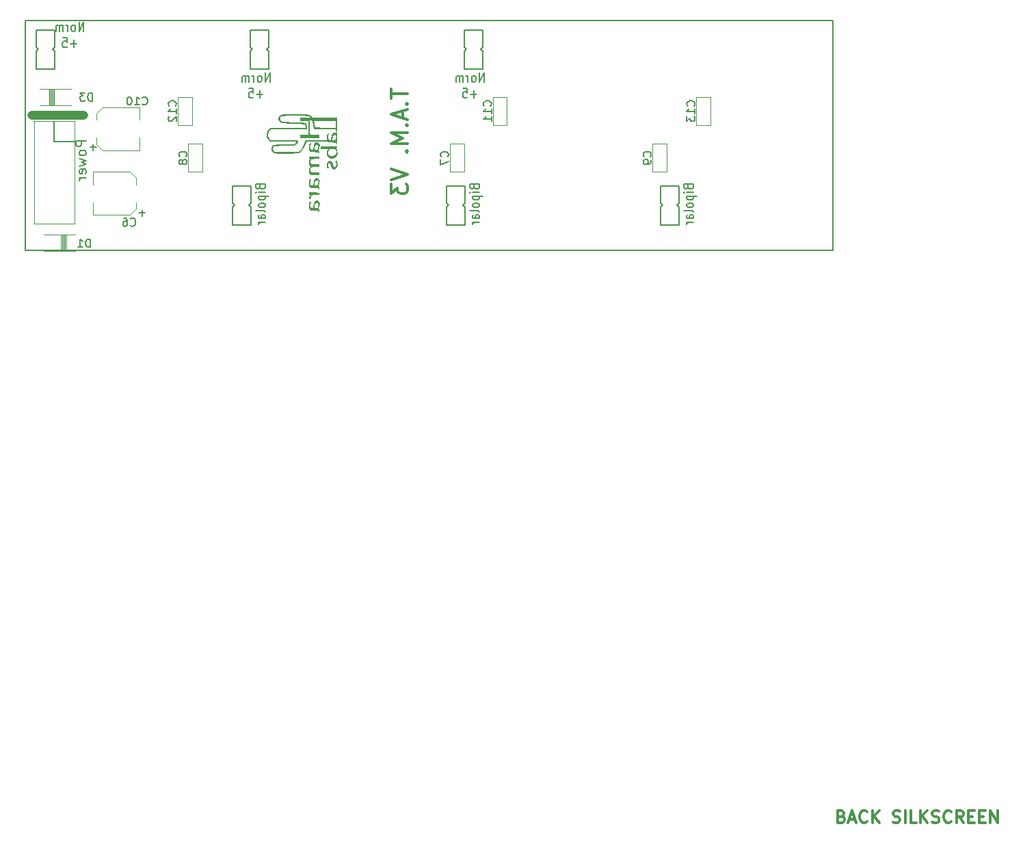
<source format=gbo>
G04 #@! TF.GenerationSoftware,KiCad,Pcbnew,(5.0.1)-3*
G04 #@! TF.CreationDate,2019-07-10T07:46:58-07:00*
G04 #@! TF.ProjectId,active_3attMix_v2,6163746976655F336174744D69785F76,V3*
G04 #@! TF.SameCoordinates,Original*
G04 #@! TF.FileFunction,Legend,Bot*
G04 #@! TF.FilePolarity,Positive*
%FSLAX46Y46*%
G04 Gerber Fmt 4.6, Leading zero omitted, Abs format (unit mm)*
G04 Created by KiCad (PCBNEW (5.0.1)-3) date 7/10/2019 7:46:58 AM*
%MOMM*%
%LPD*%
G01*
G04 APERTURE LIST*
%ADD10C,0.350000*%
%ADD11C,0.300000*%
%ADD12C,0.150000*%
%ADD13C,1.100000*%
%ADD14C,0.010000*%
%ADD15C,0.120000*%
%ADD16C,0.100000*%
G04 APERTURE END LIST*
D10*
X143862561Y-99295771D02*
X143862561Y-100438628D01*
X145862561Y-99867200D02*
X143862561Y-99867200D01*
X145672085Y-101105295D02*
X145767323Y-101200533D01*
X145862561Y-101105295D01*
X145767323Y-101010057D01*
X145672085Y-101105295D01*
X145862561Y-101105295D01*
X145291133Y-101962438D02*
X145291133Y-102914819D01*
X145862561Y-101771961D02*
X143862561Y-102438628D01*
X145862561Y-103105295D01*
X145672085Y-103771961D02*
X145767323Y-103867200D01*
X145862561Y-103771961D01*
X145767323Y-103676723D01*
X145672085Y-103771961D01*
X145862561Y-103771961D01*
X145862561Y-104724342D02*
X143862561Y-104724342D01*
X145291133Y-105391009D01*
X143862561Y-106057676D01*
X145862561Y-106057676D01*
X145672085Y-107010057D02*
X145767323Y-107105295D01*
X145862561Y-107010057D01*
X145767323Y-106914819D01*
X145672085Y-107010057D01*
X145862561Y-107010057D01*
X143862561Y-109200533D02*
X145862561Y-109867200D01*
X143862561Y-110533866D01*
X143862561Y-111010057D02*
X143862561Y-112248152D01*
X144624466Y-111581485D01*
X144624466Y-111867200D01*
X144719704Y-112057676D01*
X144814942Y-112152914D01*
X145005419Y-112248152D01*
X145481609Y-112248152D01*
X145672085Y-112152914D01*
X145767323Y-112057676D01*
X145862561Y-111867200D01*
X145862561Y-111295771D01*
X145767323Y-111105295D01*
X145672085Y-111010057D01*
D11*
X199616642Y-189313357D02*
X199830928Y-189384785D01*
X199902357Y-189456214D01*
X199973785Y-189599071D01*
X199973785Y-189813357D01*
X199902357Y-189956214D01*
X199830928Y-190027642D01*
X199688071Y-190099071D01*
X199116642Y-190099071D01*
X199116642Y-188599071D01*
X199616642Y-188599071D01*
X199759500Y-188670500D01*
X199830928Y-188741928D01*
X199902357Y-188884785D01*
X199902357Y-189027642D01*
X199830928Y-189170500D01*
X199759500Y-189241928D01*
X199616642Y-189313357D01*
X199116642Y-189313357D01*
X200545214Y-189670500D02*
X201259500Y-189670500D01*
X200402357Y-190099071D02*
X200902357Y-188599071D01*
X201402357Y-190099071D01*
X202759500Y-189956214D02*
X202688071Y-190027642D01*
X202473785Y-190099071D01*
X202330928Y-190099071D01*
X202116642Y-190027642D01*
X201973785Y-189884785D01*
X201902357Y-189741928D01*
X201830928Y-189456214D01*
X201830928Y-189241928D01*
X201902357Y-188956214D01*
X201973785Y-188813357D01*
X202116642Y-188670500D01*
X202330928Y-188599071D01*
X202473785Y-188599071D01*
X202688071Y-188670500D01*
X202759500Y-188741928D01*
X203402357Y-190099071D02*
X203402357Y-188599071D01*
X204259500Y-190099071D02*
X203616642Y-189241928D01*
X204259500Y-188599071D02*
X203402357Y-189456214D01*
X205973785Y-190027642D02*
X206188071Y-190099071D01*
X206545214Y-190099071D01*
X206688071Y-190027642D01*
X206759500Y-189956214D01*
X206830928Y-189813357D01*
X206830928Y-189670500D01*
X206759500Y-189527642D01*
X206688071Y-189456214D01*
X206545214Y-189384785D01*
X206259500Y-189313357D01*
X206116642Y-189241928D01*
X206045214Y-189170500D01*
X205973785Y-189027642D01*
X205973785Y-188884785D01*
X206045214Y-188741928D01*
X206116642Y-188670500D01*
X206259500Y-188599071D01*
X206616642Y-188599071D01*
X206830928Y-188670500D01*
X207473785Y-190099071D02*
X207473785Y-188599071D01*
X208902357Y-190099071D02*
X208188071Y-190099071D01*
X208188071Y-188599071D01*
X209402357Y-190099071D02*
X209402357Y-188599071D01*
X210259500Y-190099071D02*
X209616642Y-189241928D01*
X210259500Y-188599071D02*
X209402357Y-189456214D01*
X210830928Y-190027642D02*
X211045214Y-190099071D01*
X211402357Y-190099071D01*
X211545214Y-190027642D01*
X211616642Y-189956214D01*
X211688071Y-189813357D01*
X211688071Y-189670500D01*
X211616642Y-189527642D01*
X211545214Y-189456214D01*
X211402357Y-189384785D01*
X211116642Y-189313357D01*
X210973785Y-189241928D01*
X210902357Y-189170500D01*
X210830928Y-189027642D01*
X210830928Y-188884785D01*
X210902357Y-188741928D01*
X210973785Y-188670500D01*
X211116642Y-188599071D01*
X211473785Y-188599071D01*
X211688071Y-188670500D01*
X213188071Y-189956214D02*
X213116642Y-190027642D01*
X212902357Y-190099071D01*
X212759500Y-190099071D01*
X212545214Y-190027642D01*
X212402357Y-189884785D01*
X212330928Y-189741928D01*
X212259500Y-189456214D01*
X212259500Y-189241928D01*
X212330928Y-188956214D01*
X212402357Y-188813357D01*
X212545214Y-188670500D01*
X212759500Y-188599071D01*
X212902357Y-188599071D01*
X213116642Y-188670500D01*
X213188071Y-188741928D01*
X214688071Y-190099071D02*
X214188071Y-189384785D01*
X213830928Y-190099071D02*
X213830928Y-188599071D01*
X214402357Y-188599071D01*
X214545214Y-188670500D01*
X214616642Y-188741928D01*
X214688071Y-188884785D01*
X214688071Y-189099071D01*
X214616642Y-189241928D01*
X214545214Y-189313357D01*
X214402357Y-189384785D01*
X213830928Y-189384785D01*
X215330928Y-189313357D02*
X215830928Y-189313357D01*
X216045214Y-190099071D02*
X215330928Y-190099071D01*
X215330928Y-188599071D01*
X216045214Y-188599071D01*
X216688071Y-189313357D02*
X217188071Y-189313357D01*
X217402357Y-190099071D02*
X216688071Y-190099071D01*
X216688071Y-188599071D01*
X217402357Y-188599071D01*
X218045214Y-190099071D02*
X218045214Y-188599071D01*
X218902357Y-190099071D01*
X218902357Y-188599071D01*
D12*
X106042857Y-105728571D02*
X104842857Y-105728571D01*
X104842857Y-106185714D01*
X104900000Y-106300000D01*
X104957142Y-106357142D01*
X105071428Y-106414285D01*
X105242857Y-106414285D01*
X105357142Y-106357142D01*
X105414285Y-106300000D01*
X105471428Y-106185714D01*
X105471428Y-105728571D01*
X106042857Y-107100000D02*
X105985714Y-106985714D01*
X105928571Y-106928571D01*
X105814285Y-106871428D01*
X105471428Y-106871428D01*
X105357142Y-106928571D01*
X105300000Y-106985714D01*
X105242857Y-107100000D01*
X105242857Y-107271428D01*
X105300000Y-107385714D01*
X105357142Y-107442857D01*
X105471428Y-107500000D01*
X105814285Y-107500000D01*
X105928571Y-107442857D01*
X105985714Y-107385714D01*
X106042857Y-107271428D01*
X106042857Y-107100000D01*
X105242857Y-107900000D02*
X106042857Y-108128571D01*
X105471428Y-108357142D01*
X106042857Y-108585714D01*
X105242857Y-108814285D01*
X105985714Y-109728571D02*
X106042857Y-109614285D01*
X106042857Y-109385714D01*
X105985714Y-109271428D01*
X105871428Y-109214285D01*
X105414285Y-109214285D01*
X105300000Y-109271428D01*
X105242857Y-109385714D01*
X105242857Y-109614285D01*
X105300000Y-109728571D01*
X105414285Y-109785714D01*
X105528571Y-109785714D01*
X105642857Y-109214285D01*
X106042857Y-110300000D02*
X105242857Y-110300000D01*
X105471428Y-110300000D02*
X105357142Y-110357142D01*
X105300000Y-110414285D01*
X105242857Y-110528571D01*
X105242857Y-110642857D01*
D13*
X99300000Y-102500000D02*
X105700000Y-102500000D01*
D12*
X180614285Y-111404761D02*
X180671428Y-111547619D01*
X180728571Y-111595238D01*
X180842857Y-111642857D01*
X181014285Y-111642857D01*
X181128571Y-111595238D01*
X181185714Y-111547619D01*
X181242857Y-111452380D01*
X181242857Y-111071428D01*
X180042857Y-111071428D01*
X180042857Y-111404761D01*
X180100000Y-111500000D01*
X180157142Y-111547619D01*
X180271428Y-111595238D01*
X180385714Y-111595238D01*
X180500000Y-111547619D01*
X180557142Y-111500000D01*
X180614285Y-111404761D01*
X180614285Y-111071428D01*
X181242857Y-112071428D02*
X180442857Y-112071428D01*
X180042857Y-112071428D02*
X180100000Y-112023809D01*
X180157142Y-112071428D01*
X180100000Y-112119047D01*
X180042857Y-112071428D01*
X180157142Y-112071428D01*
X180442857Y-112547619D02*
X181642857Y-112547619D01*
X180500000Y-112547619D02*
X180442857Y-112642857D01*
X180442857Y-112833333D01*
X180500000Y-112928571D01*
X180557142Y-112976190D01*
X180671428Y-113023809D01*
X181014285Y-113023809D01*
X181128571Y-112976190D01*
X181185714Y-112928571D01*
X181242857Y-112833333D01*
X181242857Y-112642857D01*
X181185714Y-112547619D01*
X181242857Y-113595238D02*
X181185714Y-113500000D01*
X181128571Y-113452380D01*
X181014285Y-113404761D01*
X180671428Y-113404761D01*
X180557142Y-113452380D01*
X180500000Y-113500000D01*
X180442857Y-113595238D01*
X180442857Y-113738095D01*
X180500000Y-113833333D01*
X180557142Y-113880952D01*
X180671428Y-113928571D01*
X181014285Y-113928571D01*
X181128571Y-113880952D01*
X181185714Y-113833333D01*
X181242857Y-113738095D01*
X181242857Y-113595238D01*
X181242857Y-114500000D02*
X181185714Y-114404761D01*
X181071428Y-114357142D01*
X180042857Y-114357142D01*
X181242857Y-115309523D02*
X180614285Y-115309523D01*
X180500000Y-115261904D01*
X180442857Y-115166666D01*
X180442857Y-114976190D01*
X180500000Y-114880952D01*
X181185714Y-115309523D02*
X181242857Y-115214285D01*
X181242857Y-114976190D01*
X181185714Y-114880952D01*
X181071428Y-114833333D01*
X180957142Y-114833333D01*
X180842857Y-114880952D01*
X180785714Y-114976190D01*
X180785714Y-115214285D01*
X180728571Y-115309523D01*
X181242857Y-115785714D02*
X180442857Y-115785714D01*
X180671428Y-115785714D02*
X180557142Y-115833333D01*
X180500000Y-115880952D01*
X180442857Y-115976190D01*
X180442857Y-116071428D01*
X155314285Y-98417857D02*
X155314285Y-97217857D01*
X154742857Y-98417857D01*
X154742857Y-97217857D01*
X154123809Y-98417857D02*
X154219047Y-98360714D01*
X154266666Y-98303571D01*
X154314285Y-98189285D01*
X154314285Y-97846428D01*
X154266666Y-97732142D01*
X154219047Y-97675000D01*
X154123809Y-97617857D01*
X153980952Y-97617857D01*
X153885714Y-97675000D01*
X153838095Y-97732142D01*
X153790476Y-97846428D01*
X153790476Y-98189285D01*
X153838095Y-98303571D01*
X153885714Y-98360714D01*
X153980952Y-98417857D01*
X154123809Y-98417857D01*
X153361904Y-98417857D02*
X153361904Y-97617857D01*
X153361904Y-97846428D02*
X153314285Y-97732142D01*
X153266666Y-97675000D01*
X153171428Y-97617857D01*
X153076190Y-97617857D01*
X152742857Y-98417857D02*
X152742857Y-97617857D01*
X152742857Y-97732142D02*
X152695238Y-97675000D01*
X152600000Y-97617857D01*
X152457142Y-97617857D01*
X152361904Y-97675000D01*
X152314285Y-97789285D01*
X152314285Y-98417857D01*
X152314285Y-97789285D02*
X152266666Y-97675000D01*
X152171428Y-97617857D01*
X152028571Y-97617857D01*
X151933333Y-97675000D01*
X151885714Y-97789285D01*
X151885714Y-98417857D01*
X154457142Y-99910714D02*
X153695238Y-99910714D01*
X154076190Y-100367857D02*
X154076190Y-99453571D01*
X152742857Y-99167857D02*
X153219047Y-99167857D01*
X153266666Y-99739285D01*
X153219047Y-99682142D01*
X153123809Y-99625000D01*
X152885714Y-99625000D01*
X152790476Y-99682142D01*
X152742857Y-99739285D01*
X152695238Y-99853571D01*
X152695238Y-100139285D01*
X152742857Y-100253571D01*
X152790476Y-100310714D01*
X152885714Y-100367857D01*
X153123809Y-100367857D01*
X153219047Y-100310714D01*
X153266666Y-100253571D01*
X154114285Y-111404761D02*
X154171428Y-111547619D01*
X154228571Y-111595238D01*
X154342857Y-111642857D01*
X154514285Y-111642857D01*
X154628571Y-111595238D01*
X154685714Y-111547619D01*
X154742857Y-111452380D01*
X154742857Y-111071428D01*
X153542857Y-111071428D01*
X153542857Y-111404761D01*
X153600000Y-111500000D01*
X153657142Y-111547619D01*
X153771428Y-111595238D01*
X153885714Y-111595238D01*
X154000000Y-111547619D01*
X154057142Y-111500000D01*
X154114285Y-111404761D01*
X154114285Y-111071428D01*
X154742857Y-112071428D02*
X153942857Y-112071428D01*
X153542857Y-112071428D02*
X153600000Y-112023809D01*
X153657142Y-112071428D01*
X153600000Y-112119047D01*
X153542857Y-112071428D01*
X153657142Y-112071428D01*
X153942857Y-112547619D02*
X155142857Y-112547619D01*
X154000000Y-112547619D02*
X153942857Y-112642857D01*
X153942857Y-112833333D01*
X154000000Y-112928571D01*
X154057142Y-112976190D01*
X154171428Y-113023809D01*
X154514285Y-113023809D01*
X154628571Y-112976190D01*
X154685714Y-112928571D01*
X154742857Y-112833333D01*
X154742857Y-112642857D01*
X154685714Y-112547619D01*
X154742857Y-113595238D02*
X154685714Y-113500000D01*
X154628571Y-113452380D01*
X154514285Y-113404761D01*
X154171428Y-113404761D01*
X154057142Y-113452380D01*
X154000000Y-113500000D01*
X153942857Y-113595238D01*
X153942857Y-113738095D01*
X154000000Y-113833333D01*
X154057142Y-113880952D01*
X154171428Y-113928571D01*
X154514285Y-113928571D01*
X154628571Y-113880952D01*
X154685714Y-113833333D01*
X154742857Y-113738095D01*
X154742857Y-113595238D01*
X154742857Y-114500000D02*
X154685714Y-114404761D01*
X154571428Y-114357142D01*
X153542857Y-114357142D01*
X154742857Y-115309523D02*
X154114285Y-115309523D01*
X154000000Y-115261904D01*
X153942857Y-115166666D01*
X153942857Y-114976190D01*
X154000000Y-114880952D01*
X154685714Y-115309523D02*
X154742857Y-115214285D01*
X154742857Y-114976190D01*
X154685714Y-114880952D01*
X154571428Y-114833333D01*
X154457142Y-114833333D01*
X154342857Y-114880952D01*
X154285714Y-114976190D01*
X154285714Y-115214285D01*
X154228571Y-115309523D01*
X154742857Y-115785714D02*
X153942857Y-115785714D01*
X154171428Y-115785714D02*
X154057142Y-115833333D01*
X154000000Y-115880952D01*
X153942857Y-115976190D01*
X153942857Y-116071428D01*
X128814285Y-98417857D02*
X128814285Y-97217857D01*
X128242857Y-98417857D01*
X128242857Y-97217857D01*
X127623809Y-98417857D02*
X127719047Y-98360714D01*
X127766666Y-98303571D01*
X127814285Y-98189285D01*
X127814285Y-97846428D01*
X127766666Y-97732142D01*
X127719047Y-97675000D01*
X127623809Y-97617857D01*
X127480952Y-97617857D01*
X127385714Y-97675000D01*
X127338095Y-97732142D01*
X127290476Y-97846428D01*
X127290476Y-98189285D01*
X127338095Y-98303571D01*
X127385714Y-98360714D01*
X127480952Y-98417857D01*
X127623809Y-98417857D01*
X126861904Y-98417857D02*
X126861904Y-97617857D01*
X126861904Y-97846428D02*
X126814285Y-97732142D01*
X126766666Y-97675000D01*
X126671428Y-97617857D01*
X126576190Y-97617857D01*
X126242857Y-98417857D02*
X126242857Y-97617857D01*
X126242857Y-97732142D02*
X126195238Y-97675000D01*
X126100000Y-97617857D01*
X125957142Y-97617857D01*
X125861904Y-97675000D01*
X125814285Y-97789285D01*
X125814285Y-98417857D01*
X125814285Y-97789285D02*
X125766666Y-97675000D01*
X125671428Y-97617857D01*
X125528571Y-97617857D01*
X125433333Y-97675000D01*
X125385714Y-97789285D01*
X125385714Y-98417857D01*
X127957142Y-99910714D02*
X127195238Y-99910714D01*
X127576190Y-100367857D02*
X127576190Y-99453571D01*
X126242857Y-99167857D02*
X126719047Y-99167857D01*
X126766666Y-99739285D01*
X126719047Y-99682142D01*
X126623809Y-99625000D01*
X126385714Y-99625000D01*
X126290476Y-99682142D01*
X126242857Y-99739285D01*
X126195238Y-99853571D01*
X126195238Y-100139285D01*
X126242857Y-100253571D01*
X126290476Y-100310714D01*
X126385714Y-100367857D01*
X126623809Y-100367857D01*
X126719047Y-100310714D01*
X126766666Y-100253571D01*
X127614285Y-111404761D02*
X127671428Y-111547619D01*
X127728571Y-111595238D01*
X127842857Y-111642857D01*
X128014285Y-111642857D01*
X128128571Y-111595238D01*
X128185714Y-111547619D01*
X128242857Y-111452380D01*
X128242857Y-111071428D01*
X127042857Y-111071428D01*
X127042857Y-111404761D01*
X127100000Y-111500000D01*
X127157142Y-111547619D01*
X127271428Y-111595238D01*
X127385714Y-111595238D01*
X127500000Y-111547619D01*
X127557142Y-111500000D01*
X127614285Y-111404761D01*
X127614285Y-111071428D01*
X128242857Y-112071428D02*
X127442857Y-112071428D01*
X127042857Y-112071428D02*
X127100000Y-112023809D01*
X127157142Y-112071428D01*
X127100000Y-112119047D01*
X127042857Y-112071428D01*
X127157142Y-112071428D01*
X127442857Y-112547619D02*
X128642857Y-112547619D01*
X127500000Y-112547619D02*
X127442857Y-112642857D01*
X127442857Y-112833333D01*
X127500000Y-112928571D01*
X127557142Y-112976190D01*
X127671428Y-113023809D01*
X128014285Y-113023809D01*
X128128571Y-112976190D01*
X128185714Y-112928571D01*
X128242857Y-112833333D01*
X128242857Y-112642857D01*
X128185714Y-112547619D01*
X128242857Y-113595238D02*
X128185714Y-113500000D01*
X128128571Y-113452380D01*
X128014285Y-113404761D01*
X127671428Y-113404761D01*
X127557142Y-113452380D01*
X127500000Y-113500000D01*
X127442857Y-113595238D01*
X127442857Y-113738095D01*
X127500000Y-113833333D01*
X127557142Y-113880952D01*
X127671428Y-113928571D01*
X128014285Y-113928571D01*
X128128571Y-113880952D01*
X128185714Y-113833333D01*
X128242857Y-113738095D01*
X128242857Y-113595238D01*
X128242857Y-114500000D02*
X128185714Y-114404761D01*
X128071428Y-114357142D01*
X127042857Y-114357142D01*
X128242857Y-115309523D02*
X127614285Y-115309523D01*
X127500000Y-115261904D01*
X127442857Y-115166666D01*
X127442857Y-114976190D01*
X127500000Y-114880952D01*
X128185714Y-115309523D02*
X128242857Y-115214285D01*
X128242857Y-114976190D01*
X128185714Y-114880952D01*
X128071428Y-114833333D01*
X127957142Y-114833333D01*
X127842857Y-114880952D01*
X127785714Y-114976190D01*
X127785714Y-115214285D01*
X127728571Y-115309523D01*
X128242857Y-115785714D02*
X127442857Y-115785714D01*
X127671428Y-115785714D02*
X127557142Y-115833333D01*
X127500000Y-115880952D01*
X127442857Y-115976190D01*
X127442857Y-116071428D01*
X105764285Y-92167857D02*
X105764285Y-90967857D01*
X105192857Y-92167857D01*
X105192857Y-90967857D01*
X104573809Y-92167857D02*
X104669047Y-92110714D01*
X104716666Y-92053571D01*
X104764285Y-91939285D01*
X104764285Y-91596428D01*
X104716666Y-91482142D01*
X104669047Y-91425000D01*
X104573809Y-91367857D01*
X104430952Y-91367857D01*
X104335714Y-91425000D01*
X104288095Y-91482142D01*
X104240476Y-91596428D01*
X104240476Y-91939285D01*
X104288095Y-92053571D01*
X104335714Y-92110714D01*
X104430952Y-92167857D01*
X104573809Y-92167857D01*
X103811904Y-92167857D02*
X103811904Y-91367857D01*
X103811904Y-91596428D02*
X103764285Y-91482142D01*
X103716666Y-91425000D01*
X103621428Y-91367857D01*
X103526190Y-91367857D01*
X103192857Y-92167857D02*
X103192857Y-91367857D01*
X103192857Y-91482142D02*
X103145238Y-91425000D01*
X103050000Y-91367857D01*
X102907142Y-91367857D01*
X102811904Y-91425000D01*
X102764285Y-91539285D01*
X102764285Y-92167857D01*
X102764285Y-91539285D02*
X102716666Y-91425000D01*
X102621428Y-91367857D01*
X102478571Y-91367857D01*
X102383333Y-91425000D01*
X102335714Y-91539285D01*
X102335714Y-92167857D01*
X104907142Y-93660714D02*
X104145238Y-93660714D01*
X104526190Y-94117857D02*
X104526190Y-93203571D01*
X103192857Y-92917857D02*
X103669047Y-92917857D01*
X103716666Y-93489285D01*
X103669047Y-93432142D01*
X103573809Y-93375000D01*
X103335714Y-93375000D01*
X103240476Y-93432142D01*
X103192857Y-93489285D01*
X103145238Y-93603571D01*
X103145238Y-93889285D01*
X103192857Y-94003571D01*
X103240476Y-94060714D01*
X103335714Y-94117857D01*
X103573809Y-94117857D01*
X103669047Y-94060714D01*
X103716666Y-94003571D01*
X98501100Y-119238600D02*
X198501100Y-119238600D01*
X198501100Y-119238600D02*
X198501100Y-90768600D01*
X198501100Y-90768600D02*
X98501100Y-90768600D01*
X98501100Y-90768600D02*
X98501100Y-119238600D01*
D14*
G04 #@! TO.C,G1*
G36*
X128461540Y-105164230D02*
X128531952Y-105374543D01*
X128658090Y-105553001D01*
X128665314Y-105560750D01*
X128794942Y-105698333D01*
X130458804Y-105698333D01*
X130894983Y-105698265D01*
X131252963Y-105698876D01*
X131539210Y-105701383D01*
X131760191Y-105707006D01*
X131922371Y-105716965D01*
X132032218Y-105732477D01*
X132096196Y-105754763D01*
X132120772Y-105785041D01*
X132112412Y-105824530D01*
X132077583Y-105874450D01*
X132022750Y-105936019D01*
X131977757Y-105984705D01*
X131832847Y-106142833D01*
X130538147Y-106151088D01*
X130214654Y-106153864D01*
X129918307Y-106157772D01*
X129659749Y-106162563D01*
X129449621Y-106167991D01*
X129298565Y-106173806D01*
X129217222Y-106179760D01*
X129206538Y-106182155D01*
X129148552Y-106252676D01*
X129092182Y-106375099D01*
X129049438Y-106517304D01*
X129032334Y-106647167D01*
X129032333Y-106648007D01*
X129053888Y-106820246D01*
X129110542Y-106979854D01*
X129190278Y-107098163D01*
X129235754Y-107133253D01*
X129315416Y-107153203D01*
X129467217Y-107170644D01*
X129678656Y-107185265D01*
X129937234Y-107196756D01*
X130230451Y-107204806D01*
X130545807Y-107209104D01*
X130870802Y-107209339D01*
X131192937Y-107205200D01*
X131499712Y-107196377D01*
X131601936Y-107192088D01*
X131875019Y-107179196D01*
X132077710Y-107167634D01*
X132224199Y-107154974D01*
X132328677Y-107138787D01*
X132405334Y-107116645D01*
X132468361Y-107086120D01*
X132531949Y-107044783D01*
X132554436Y-107029084D01*
X132759955Y-106840948D01*
X132947868Y-106581768D01*
X133109508Y-106264695D01*
X133181617Y-106077506D01*
X133305569Y-105719500D01*
X134624627Y-105708305D01*
X135017068Y-105705782D01*
X135332250Y-105705722D01*
X135577550Y-105708350D01*
X135760345Y-105713893D01*
X135888013Y-105722575D01*
X135967933Y-105734624D01*
X136007480Y-105750264D01*
X136007939Y-105750639D01*
X136082152Y-105777818D01*
X136227914Y-105801364D01*
X136432128Y-105819438D01*
X136540412Y-105825333D01*
X136744699Y-105835357D01*
X136879890Y-105846025D01*
X136961491Y-105861325D01*
X137005005Y-105885242D01*
X137025939Y-105921764D01*
X137034341Y-105952333D01*
X137053297Y-106021347D01*
X137066944Y-106016610D01*
X137086513Y-105933611D01*
X137087032Y-105931166D01*
X137093086Y-105860047D01*
X137098182Y-105714877D01*
X137102201Y-105506272D01*
X137105024Y-105244843D01*
X137106530Y-104941203D01*
X137106599Y-104605965D01*
X137105424Y-104301333D01*
X137096833Y-102798500D01*
X135285105Y-102805000D01*
X135285105Y-103137339D01*
X135600481Y-103137798D01*
X135905422Y-103138996D01*
X136184181Y-103140812D01*
X136421012Y-103143130D01*
X136600167Y-103145828D01*
X136684083Y-103147922D01*
X136991000Y-103158333D01*
X136990351Y-103571083D01*
X136986495Y-103754528D01*
X136976664Y-103909062D01*
X136962568Y-104013009D01*
X136953253Y-104041361D01*
X136929996Y-104057753D01*
X136878142Y-104069957D01*
X136789324Y-104078140D01*
X136655173Y-104082469D01*
X136467320Y-104083111D01*
X136217398Y-104080234D01*
X135897037Y-104074004D01*
X135629036Y-104067802D01*
X134341271Y-104036714D01*
X134290355Y-103671607D01*
X134264441Y-103494913D01*
X134239833Y-103342769D01*
X134220718Y-103240580D01*
X134216241Y-103221833D01*
X134211621Y-103196118D01*
X134219853Y-103176220D01*
X134250347Y-103161397D01*
X134312511Y-103150904D01*
X134415754Y-103143998D01*
X134569485Y-103139934D01*
X134783113Y-103137970D01*
X135066046Y-103137361D01*
X135285105Y-103137339D01*
X135285105Y-102805000D01*
X134048833Y-102809436D01*
X133893828Y-102669878D01*
X133824475Y-102607149D01*
X133763280Y-102555767D01*
X133701368Y-102514605D01*
X133629866Y-102482537D01*
X133539898Y-102458436D01*
X133422589Y-102441175D01*
X133269065Y-102429628D01*
X133070451Y-102422668D01*
X132817873Y-102419168D01*
X132502456Y-102418002D01*
X132122309Y-102418042D01*
X132122309Y-102493279D01*
X132423297Y-102494040D01*
X132695854Y-102498005D01*
X132927414Y-102505424D01*
X133082789Y-102514646D01*
X133316486Y-102535767D01*
X133483046Y-102558069D01*
X133599965Y-102585174D01*
X133684736Y-102620702D01*
X133728372Y-102648224D01*
X133813383Y-102714018D01*
X133851797Y-102761745D01*
X133836913Y-102793526D01*
X133762033Y-102811484D01*
X133620456Y-102817737D01*
X133405483Y-102814409D01*
X133223333Y-102808116D01*
X132588333Y-102783711D01*
X132588333Y-103167816D01*
X133085750Y-103152491D01*
X133583166Y-103137166D01*
X133583166Y-104915166D01*
X133085750Y-104911829D01*
X132588333Y-104908492D01*
X132588333Y-105275000D01*
X134874333Y-105275000D01*
X134874333Y-104908613D01*
X134309357Y-104927774D01*
X133744382Y-104946935D01*
X133717059Y-104719384D01*
X133702548Y-104537430D01*
X133693741Y-104299305D01*
X133690650Y-104032934D01*
X133693288Y-103766238D01*
X133701668Y-103527142D01*
X133715803Y-103343568D01*
X133716431Y-103338250D01*
X133743126Y-103116000D01*
X133907611Y-103116000D01*
X133994208Y-103122664D01*
X134058277Y-103150839D01*
X134105558Y-103212797D01*
X134141790Y-103320809D01*
X134172710Y-103487147D01*
X134204058Y-103724084D01*
X134208245Y-103758879D01*
X134257928Y-104174333D01*
X135603297Y-104174333D01*
X135980566Y-104174757D01*
X136281465Y-104176289D01*
X136514288Y-104179322D01*
X136687327Y-104184247D01*
X136808876Y-104191455D01*
X136887229Y-104201337D01*
X136930678Y-104214285D01*
X136947519Y-104230691D01*
X136948666Y-104237833D01*
X136971525Y-104294169D01*
X136991000Y-104301333D01*
X137015076Y-104339422D01*
X137030411Y-104436874D01*
X137033333Y-104514489D01*
X137030959Y-104638704D01*
X137017928Y-104694853D01*
X136985374Y-104699515D01*
X136944723Y-104680223D01*
X136810766Y-104651893D01*
X136809447Y-104652320D01*
X136809447Y-104894572D01*
X136929591Y-104931155D01*
X136966809Y-104960523D01*
X137019407Y-105064596D01*
X137033647Y-105210234D01*
X137010832Y-105364202D01*
X136991000Y-105407902D01*
X136991000Y-105529000D01*
X137032103Y-105561214D01*
X137033333Y-105571333D01*
X137001118Y-105612436D01*
X136991000Y-105613666D01*
X136949896Y-105581452D01*
X136948666Y-105571333D01*
X136980881Y-105530230D01*
X136991000Y-105529000D01*
X136991000Y-105407902D01*
X136952264Y-105493260D01*
X136945594Y-105502124D01*
X136875328Y-105572350D01*
X136788621Y-105605337D01*
X136652045Y-105613665D01*
X136649260Y-105613666D01*
X136529481Y-105611222D01*
X136454043Y-105604981D01*
X136440666Y-105600274D01*
X136451882Y-105501477D01*
X136480354Y-105360070D01*
X136518318Y-105207183D01*
X136558010Y-105073946D01*
X136591667Y-104991487D01*
X136593056Y-104989250D01*
X136685404Y-104914849D01*
X136809447Y-104894572D01*
X136809447Y-104652320D01*
X136678505Y-104694802D01*
X136588495Y-104782740D01*
X136549245Y-104871761D01*
X136505427Y-105015513D01*
X136465683Y-105185095D01*
X136460872Y-105209586D01*
X136428350Y-105369354D01*
X136398758Y-105496978D01*
X136377541Y-105569365D01*
X136374580Y-105575518D01*
X136307854Y-105612440D01*
X136204013Y-105603573D01*
X136093051Y-105554752D01*
X136036575Y-105509757D01*
X135956756Y-105374778D01*
X135931438Y-105201233D01*
X135962518Y-105016898D01*
X135997253Y-104934231D01*
X136032116Y-104844319D01*
X136018239Y-104809415D01*
X136016260Y-104809333D01*
X135959564Y-104848106D01*
X135909763Y-104950194D01*
X135872938Y-105094248D01*
X135855170Y-105258919D01*
X135856863Y-105368888D01*
X135874569Y-105613666D01*
X134547622Y-105613666D01*
X134158173Y-105614421D01*
X133846359Y-105616869D01*
X133605160Y-105621287D01*
X133427555Y-105627951D01*
X133306526Y-105637140D01*
X133235051Y-105649128D01*
X133206111Y-105664194D01*
X133205049Y-105666583D01*
X133080572Y-106052345D01*
X132955619Y-106362870D01*
X132825074Y-106607460D01*
X132683824Y-106795417D01*
X132526751Y-106936043D01*
X132494864Y-106958068D01*
X132319506Y-107074166D01*
X130839083Y-107086332D01*
X130446230Y-107089455D01*
X130129222Y-107091396D01*
X129879242Y-107091711D01*
X129687471Y-107089952D01*
X129545090Y-107085674D01*
X129443282Y-107078431D01*
X129373229Y-107067777D01*
X129326112Y-107053265D01*
X129293114Y-107034451D01*
X129265416Y-107010887D01*
X129260727Y-107006496D01*
X129172633Y-106871525D01*
X129131907Y-106694349D01*
X129143061Y-106505785D01*
X129173103Y-106408005D01*
X129236582Y-106256080D01*
X130542041Y-106241790D01*
X130928079Y-106237411D01*
X131238883Y-106232311D01*
X131483874Y-106224525D01*
X131672475Y-106212090D01*
X131814109Y-106193044D01*
X131918197Y-106165422D01*
X131994163Y-106127263D01*
X132051429Y-106076602D01*
X132099418Y-106011476D01*
X132147552Y-105929923D01*
X132162134Y-105904236D01*
X132203791Y-105833156D01*
X132235727Y-105774681D01*
X132251099Y-105727586D01*
X132243062Y-105690646D01*
X132204773Y-105662635D01*
X132129386Y-105642328D01*
X132010057Y-105628500D01*
X131839943Y-105619926D01*
X131612199Y-105615381D01*
X131319981Y-105613639D01*
X130956444Y-105613476D01*
X130538929Y-105613666D01*
X128828192Y-105613666D01*
X128722234Y-105487742D01*
X128589313Y-105266574D01*
X128532945Y-105009690D01*
X128537006Y-104825772D01*
X128594486Y-104570126D01*
X128709360Y-104374372D01*
X128855081Y-104250976D01*
X128888203Y-104231552D01*
X128924249Y-104215389D01*
X128970532Y-104202310D01*
X129034362Y-104192137D01*
X129123052Y-104184694D01*
X129243914Y-104179802D01*
X129404258Y-104177285D01*
X129611397Y-104176965D01*
X129872642Y-104178666D01*
X130195305Y-104182210D01*
X130586697Y-104187420D01*
X131054131Y-104194119D01*
X131146041Y-104195456D01*
X131658148Y-104202426D01*
X132090784Y-104207183D01*
X132449119Y-104209682D01*
X132738320Y-104209882D01*
X132963557Y-104207737D01*
X133129997Y-104203205D01*
X133242810Y-104196243D01*
X133307164Y-104186807D01*
X133327437Y-104177131D01*
X133343335Y-104096712D01*
X133338470Y-103965196D01*
X133317385Y-103812283D01*
X133284620Y-103667673D01*
X133244718Y-103561066D01*
X133229700Y-103537975D01*
X133206238Y-103514454D01*
X133172459Y-103495161D01*
X133119369Y-103479274D01*
X133037976Y-103465969D01*
X132919289Y-103454424D01*
X132754315Y-103443815D01*
X132534062Y-103433319D01*
X132249538Y-103422114D01*
X131891752Y-103409376D01*
X131784000Y-103405656D01*
X131319656Y-103387997D01*
X130939171Y-103369856D01*
X130642728Y-103351245D01*
X130430509Y-103332177D01*
X130302695Y-103312664D01*
X130273876Y-103304199D01*
X130130272Y-103210085D01*
X130038342Y-103077194D01*
X130000149Y-102925643D01*
X130017758Y-102775554D01*
X130093234Y-102647047D01*
X130198778Y-102572331D01*
X130274846Y-102556517D01*
X130423009Y-102541896D01*
X130630702Y-102528718D01*
X130885359Y-102517235D01*
X131174415Y-102507698D01*
X131485302Y-102500359D01*
X131805455Y-102495469D01*
X132122309Y-102493279D01*
X132122309Y-102418042D01*
X132115324Y-102418043D01*
X131911000Y-102418157D01*
X131492805Y-102418596D01*
X131150734Y-102419790D01*
X130876243Y-102422111D01*
X130660789Y-102425929D01*
X130495830Y-102431616D01*
X130372823Y-102439541D01*
X130283225Y-102450077D01*
X130218493Y-102463594D01*
X130170084Y-102480463D01*
X130140248Y-102495052D01*
X130007227Y-102608987D01*
X129920254Y-102766902D01*
X129893896Y-102938345D01*
X129901352Y-102994399D01*
X129973059Y-103158626D01*
X130098057Y-103303520D01*
X130249078Y-103398739D01*
X130271968Y-103406763D01*
X130347484Y-103418822D01*
X130496001Y-103432637D01*
X130705892Y-103447490D01*
X130965528Y-103462665D01*
X131263280Y-103477444D01*
X131587520Y-103491112D01*
X131720500Y-103496053D01*
X132048235Y-103508360D01*
X132350737Y-103520865D01*
X132617070Y-103533026D01*
X132836299Y-103544302D01*
X132997489Y-103554151D01*
X133089705Y-103562030D01*
X133105446Y-103564683D01*
X133165435Y-103623184D01*
X133203135Y-103742802D01*
X133225553Y-103875395D01*
X133246330Y-103987436D01*
X133247745Y-103994416D01*
X133267279Y-104089666D01*
X128924987Y-104089666D01*
X128771520Y-104193950D01*
X128607327Y-104354654D01*
X128494935Y-104570536D01*
X128442496Y-104824227D01*
X128439666Y-104901048D01*
X128461540Y-105164230D01*
X128461540Y-105164230D01*
G37*
X128461540Y-105164230D02*
X128531952Y-105374543D01*
X128658090Y-105553001D01*
X128665314Y-105560750D01*
X128794942Y-105698333D01*
X130458804Y-105698333D01*
X130894983Y-105698265D01*
X131252963Y-105698876D01*
X131539210Y-105701383D01*
X131760191Y-105707006D01*
X131922371Y-105716965D01*
X132032218Y-105732477D01*
X132096196Y-105754763D01*
X132120772Y-105785041D01*
X132112412Y-105824530D01*
X132077583Y-105874450D01*
X132022750Y-105936019D01*
X131977757Y-105984705D01*
X131832847Y-106142833D01*
X130538147Y-106151088D01*
X130214654Y-106153864D01*
X129918307Y-106157772D01*
X129659749Y-106162563D01*
X129449621Y-106167991D01*
X129298565Y-106173806D01*
X129217222Y-106179760D01*
X129206538Y-106182155D01*
X129148552Y-106252676D01*
X129092182Y-106375099D01*
X129049438Y-106517304D01*
X129032334Y-106647167D01*
X129032333Y-106648007D01*
X129053888Y-106820246D01*
X129110542Y-106979854D01*
X129190278Y-107098163D01*
X129235754Y-107133253D01*
X129315416Y-107153203D01*
X129467217Y-107170644D01*
X129678656Y-107185265D01*
X129937234Y-107196756D01*
X130230451Y-107204806D01*
X130545807Y-107209104D01*
X130870802Y-107209339D01*
X131192937Y-107205200D01*
X131499712Y-107196377D01*
X131601936Y-107192088D01*
X131875019Y-107179196D01*
X132077710Y-107167634D01*
X132224199Y-107154974D01*
X132328677Y-107138787D01*
X132405334Y-107116645D01*
X132468361Y-107086120D01*
X132531949Y-107044783D01*
X132554436Y-107029084D01*
X132759955Y-106840948D01*
X132947868Y-106581768D01*
X133109508Y-106264695D01*
X133181617Y-106077506D01*
X133305569Y-105719500D01*
X134624627Y-105708305D01*
X135017068Y-105705782D01*
X135332250Y-105705722D01*
X135577550Y-105708350D01*
X135760345Y-105713893D01*
X135888013Y-105722575D01*
X135967933Y-105734624D01*
X136007480Y-105750264D01*
X136007939Y-105750639D01*
X136082152Y-105777818D01*
X136227914Y-105801364D01*
X136432128Y-105819438D01*
X136540412Y-105825333D01*
X136744699Y-105835357D01*
X136879890Y-105846025D01*
X136961491Y-105861325D01*
X137005005Y-105885242D01*
X137025939Y-105921764D01*
X137034341Y-105952333D01*
X137053297Y-106021347D01*
X137066944Y-106016610D01*
X137086513Y-105933611D01*
X137087032Y-105931166D01*
X137093086Y-105860047D01*
X137098182Y-105714877D01*
X137102201Y-105506272D01*
X137105024Y-105244843D01*
X137106530Y-104941203D01*
X137106599Y-104605965D01*
X137105424Y-104301333D01*
X137096833Y-102798500D01*
X135285105Y-102805000D01*
X135285105Y-103137339D01*
X135600481Y-103137798D01*
X135905422Y-103138996D01*
X136184181Y-103140812D01*
X136421012Y-103143130D01*
X136600167Y-103145828D01*
X136684083Y-103147922D01*
X136991000Y-103158333D01*
X136990351Y-103571083D01*
X136986495Y-103754528D01*
X136976664Y-103909062D01*
X136962568Y-104013009D01*
X136953253Y-104041361D01*
X136929996Y-104057753D01*
X136878142Y-104069957D01*
X136789324Y-104078140D01*
X136655173Y-104082469D01*
X136467320Y-104083111D01*
X136217398Y-104080234D01*
X135897037Y-104074004D01*
X135629036Y-104067802D01*
X134341271Y-104036714D01*
X134290355Y-103671607D01*
X134264441Y-103494913D01*
X134239833Y-103342769D01*
X134220718Y-103240580D01*
X134216241Y-103221833D01*
X134211621Y-103196118D01*
X134219853Y-103176220D01*
X134250347Y-103161397D01*
X134312511Y-103150904D01*
X134415754Y-103143998D01*
X134569485Y-103139934D01*
X134783113Y-103137970D01*
X135066046Y-103137361D01*
X135285105Y-103137339D01*
X135285105Y-102805000D01*
X134048833Y-102809436D01*
X133893828Y-102669878D01*
X133824475Y-102607149D01*
X133763280Y-102555767D01*
X133701368Y-102514605D01*
X133629866Y-102482537D01*
X133539898Y-102458436D01*
X133422589Y-102441175D01*
X133269065Y-102429628D01*
X133070451Y-102422668D01*
X132817873Y-102419168D01*
X132502456Y-102418002D01*
X132122309Y-102418042D01*
X132122309Y-102493279D01*
X132423297Y-102494040D01*
X132695854Y-102498005D01*
X132927414Y-102505424D01*
X133082789Y-102514646D01*
X133316486Y-102535767D01*
X133483046Y-102558069D01*
X133599965Y-102585174D01*
X133684736Y-102620702D01*
X133728372Y-102648224D01*
X133813383Y-102714018D01*
X133851797Y-102761745D01*
X133836913Y-102793526D01*
X133762033Y-102811484D01*
X133620456Y-102817737D01*
X133405483Y-102814409D01*
X133223333Y-102808116D01*
X132588333Y-102783711D01*
X132588333Y-103167816D01*
X133085750Y-103152491D01*
X133583166Y-103137166D01*
X133583166Y-104915166D01*
X133085750Y-104911829D01*
X132588333Y-104908492D01*
X132588333Y-105275000D01*
X134874333Y-105275000D01*
X134874333Y-104908613D01*
X134309357Y-104927774D01*
X133744382Y-104946935D01*
X133717059Y-104719384D01*
X133702548Y-104537430D01*
X133693741Y-104299305D01*
X133690650Y-104032934D01*
X133693288Y-103766238D01*
X133701668Y-103527142D01*
X133715803Y-103343568D01*
X133716431Y-103338250D01*
X133743126Y-103116000D01*
X133907611Y-103116000D01*
X133994208Y-103122664D01*
X134058277Y-103150839D01*
X134105558Y-103212797D01*
X134141790Y-103320809D01*
X134172710Y-103487147D01*
X134204058Y-103724084D01*
X134208245Y-103758879D01*
X134257928Y-104174333D01*
X135603297Y-104174333D01*
X135980566Y-104174757D01*
X136281465Y-104176289D01*
X136514288Y-104179322D01*
X136687327Y-104184247D01*
X136808876Y-104191455D01*
X136887229Y-104201337D01*
X136930678Y-104214285D01*
X136947519Y-104230691D01*
X136948666Y-104237833D01*
X136971525Y-104294169D01*
X136991000Y-104301333D01*
X137015076Y-104339422D01*
X137030411Y-104436874D01*
X137033333Y-104514489D01*
X137030959Y-104638704D01*
X137017928Y-104694853D01*
X136985374Y-104699515D01*
X136944723Y-104680223D01*
X136810766Y-104651893D01*
X136809447Y-104652320D01*
X136809447Y-104894572D01*
X136929591Y-104931155D01*
X136966809Y-104960523D01*
X137019407Y-105064596D01*
X137033647Y-105210234D01*
X137010832Y-105364202D01*
X136991000Y-105407902D01*
X136991000Y-105529000D01*
X137032103Y-105561214D01*
X137033333Y-105571333D01*
X137001118Y-105612436D01*
X136991000Y-105613666D01*
X136949896Y-105581452D01*
X136948666Y-105571333D01*
X136980881Y-105530230D01*
X136991000Y-105529000D01*
X136991000Y-105407902D01*
X136952264Y-105493260D01*
X136945594Y-105502124D01*
X136875328Y-105572350D01*
X136788621Y-105605337D01*
X136652045Y-105613665D01*
X136649260Y-105613666D01*
X136529481Y-105611222D01*
X136454043Y-105604981D01*
X136440666Y-105600274D01*
X136451882Y-105501477D01*
X136480354Y-105360070D01*
X136518318Y-105207183D01*
X136558010Y-105073946D01*
X136591667Y-104991487D01*
X136593056Y-104989250D01*
X136685404Y-104914849D01*
X136809447Y-104894572D01*
X136809447Y-104652320D01*
X136678505Y-104694802D01*
X136588495Y-104782740D01*
X136549245Y-104871761D01*
X136505427Y-105015513D01*
X136465683Y-105185095D01*
X136460872Y-105209586D01*
X136428350Y-105369354D01*
X136398758Y-105496978D01*
X136377541Y-105569365D01*
X136374580Y-105575518D01*
X136307854Y-105612440D01*
X136204013Y-105603573D01*
X136093051Y-105554752D01*
X136036575Y-105509757D01*
X135956756Y-105374778D01*
X135931438Y-105201233D01*
X135962518Y-105016898D01*
X135997253Y-104934231D01*
X136032116Y-104844319D01*
X136018239Y-104809415D01*
X136016260Y-104809333D01*
X135959564Y-104848106D01*
X135909763Y-104950194D01*
X135872938Y-105094248D01*
X135855170Y-105258919D01*
X135856863Y-105368888D01*
X135874569Y-105613666D01*
X134547622Y-105613666D01*
X134158173Y-105614421D01*
X133846359Y-105616869D01*
X133605160Y-105621287D01*
X133427555Y-105627951D01*
X133306526Y-105637140D01*
X133235051Y-105649128D01*
X133206111Y-105664194D01*
X133205049Y-105666583D01*
X133080572Y-106052345D01*
X132955619Y-106362870D01*
X132825074Y-106607460D01*
X132683824Y-106795417D01*
X132526751Y-106936043D01*
X132494864Y-106958068D01*
X132319506Y-107074166D01*
X130839083Y-107086332D01*
X130446230Y-107089455D01*
X130129222Y-107091396D01*
X129879242Y-107091711D01*
X129687471Y-107089952D01*
X129545090Y-107085674D01*
X129443282Y-107078431D01*
X129373229Y-107067777D01*
X129326112Y-107053265D01*
X129293114Y-107034451D01*
X129265416Y-107010887D01*
X129260727Y-107006496D01*
X129172633Y-106871525D01*
X129131907Y-106694349D01*
X129143061Y-106505785D01*
X129173103Y-106408005D01*
X129236582Y-106256080D01*
X130542041Y-106241790D01*
X130928079Y-106237411D01*
X131238883Y-106232311D01*
X131483874Y-106224525D01*
X131672475Y-106212090D01*
X131814109Y-106193044D01*
X131918197Y-106165422D01*
X131994163Y-106127263D01*
X132051429Y-106076602D01*
X132099418Y-106011476D01*
X132147552Y-105929923D01*
X132162134Y-105904236D01*
X132203791Y-105833156D01*
X132235727Y-105774681D01*
X132251099Y-105727586D01*
X132243062Y-105690646D01*
X132204773Y-105662635D01*
X132129386Y-105642328D01*
X132010057Y-105628500D01*
X131839943Y-105619926D01*
X131612199Y-105615381D01*
X131319981Y-105613639D01*
X130956444Y-105613476D01*
X130538929Y-105613666D01*
X128828192Y-105613666D01*
X128722234Y-105487742D01*
X128589313Y-105266574D01*
X128532945Y-105009690D01*
X128537006Y-104825772D01*
X128594486Y-104570126D01*
X128709360Y-104374372D01*
X128855081Y-104250976D01*
X128888203Y-104231552D01*
X128924249Y-104215389D01*
X128970532Y-104202310D01*
X129034362Y-104192137D01*
X129123052Y-104184694D01*
X129243914Y-104179802D01*
X129404258Y-104177285D01*
X129611397Y-104176965D01*
X129872642Y-104178666D01*
X130195305Y-104182210D01*
X130586697Y-104187420D01*
X131054131Y-104194119D01*
X131146041Y-104195456D01*
X131658148Y-104202426D01*
X132090784Y-104207183D01*
X132449119Y-104209682D01*
X132738320Y-104209882D01*
X132963557Y-104207737D01*
X133129997Y-104203205D01*
X133242810Y-104196243D01*
X133307164Y-104186807D01*
X133327437Y-104177131D01*
X133343335Y-104096712D01*
X133338470Y-103965196D01*
X133317385Y-103812283D01*
X133284620Y-103667673D01*
X133244718Y-103561066D01*
X133229700Y-103537975D01*
X133206238Y-103514454D01*
X133172459Y-103495161D01*
X133119369Y-103479274D01*
X133037976Y-103465969D01*
X132919289Y-103454424D01*
X132754315Y-103443815D01*
X132534062Y-103433319D01*
X132249538Y-103422114D01*
X131891752Y-103409376D01*
X131784000Y-103405656D01*
X131319656Y-103387997D01*
X130939171Y-103369856D01*
X130642728Y-103351245D01*
X130430509Y-103332177D01*
X130302695Y-103312664D01*
X130273876Y-103304199D01*
X130130272Y-103210085D01*
X130038342Y-103077194D01*
X130000149Y-102925643D01*
X130017758Y-102775554D01*
X130093234Y-102647047D01*
X130198778Y-102572331D01*
X130274846Y-102556517D01*
X130423009Y-102541896D01*
X130630702Y-102528718D01*
X130885359Y-102517235D01*
X131174415Y-102507698D01*
X131485302Y-102500359D01*
X131805455Y-102495469D01*
X132122309Y-102493279D01*
X132122309Y-102418042D01*
X132115324Y-102418043D01*
X131911000Y-102418157D01*
X131492805Y-102418596D01*
X131150734Y-102419790D01*
X130876243Y-102422111D01*
X130660789Y-102425929D01*
X130495830Y-102431616D01*
X130372823Y-102439541D01*
X130283225Y-102450077D01*
X130218493Y-102463594D01*
X130170084Y-102480463D01*
X130140248Y-102495052D01*
X130007227Y-102608987D01*
X129920254Y-102766902D01*
X129893896Y-102938345D01*
X129901352Y-102994399D01*
X129973059Y-103158626D01*
X130098057Y-103303520D01*
X130249078Y-103398739D01*
X130271968Y-103406763D01*
X130347484Y-103418822D01*
X130496001Y-103432637D01*
X130705892Y-103447490D01*
X130965528Y-103462665D01*
X131263280Y-103477444D01*
X131587520Y-103491112D01*
X131720500Y-103496053D01*
X132048235Y-103508360D01*
X132350737Y-103520865D01*
X132617070Y-103533026D01*
X132836299Y-103544302D01*
X132997489Y-103554151D01*
X133089705Y-103562030D01*
X133105446Y-103564683D01*
X133165435Y-103623184D01*
X133203135Y-103742802D01*
X133225553Y-103875395D01*
X133246330Y-103987436D01*
X133247745Y-103994416D01*
X133267279Y-104089666D01*
X128924987Y-104089666D01*
X128771520Y-104193950D01*
X128607327Y-104354654D01*
X128494935Y-104570536D01*
X128442496Y-104824227D01*
X128439666Y-104901048D01*
X128461540Y-105164230D01*
G36*
X135615166Y-106623350D02*
X135806758Y-106619337D01*
X135962863Y-106620005D01*
X136066793Y-106625011D01*
X136102000Y-106633386D01*
X136074062Y-106677696D01*
X136018926Y-106734057D01*
X135922371Y-106871775D01*
X135865883Y-107060287D01*
X135857259Y-107272113D01*
X135859571Y-107295689D01*
X135919230Y-107513042D01*
X136034162Y-107678907D01*
X136190152Y-107790168D01*
X136372987Y-107843708D01*
X136568453Y-107836412D01*
X136762333Y-107765164D01*
X136940415Y-107626848D01*
X137007573Y-107547344D01*
X137077075Y-107397642D01*
X137110431Y-107204666D01*
X137106520Y-107002223D01*
X137064220Y-106824123D01*
X137033610Y-106762903D01*
X136978897Y-106665580D01*
X136969966Y-106600619D01*
X137003283Y-106531564D01*
X137010145Y-106520976D01*
X137057915Y-106440880D01*
X137075666Y-106398322D01*
X137035303Y-106391878D01*
X136922092Y-106386147D01*
X136747850Y-106381404D01*
X136524396Y-106377923D01*
X136463323Y-106377469D01*
X136463323Y-106594172D01*
X136681461Y-106608344D01*
X136796327Y-106646361D01*
X136956888Y-106750117D01*
X137048813Y-106901140D01*
X137075666Y-107086842D01*
X137060472Y-107230826D01*
X137002930Y-107339165D01*
X136955356Y-107391490D01*
X136790259Y-107509621D01*
X136599791Y-107573038D01*
X136403402Y-107583058D01*
X136220543Y-107540997D01*
X136070667Y-107448171D01*
X135981524Y-107325581D01*
X135931331Y-107128534D01*
X135955320Y-106941642D01*
X136047041Y-106782412D01*
X136200040Y-106668352D01*
X136228230Y-106656080D01*
X136463323Y-106594172D01*
X136463323Y-106377469D01*
X136263547Y-106375980D01*
X136102000Y-106375666D01*
X135128333Y-106375666D01*
X135128333Y-106638804D01*
X135615166Y-106623350D01*
X135615166Y-106623350D01*
G37*
X135615166Y-106623350D02*
X135806758Y-106619337D01*
X135962863Y-106620005D01*
X136066793Y-106625011D01*
X136102000Y-106633386D01*
X136074062Y-106677696D01*
X136018926Y-106734057D01*
X135922371Y-106871775D01*
X135865883Y-107060287D01*
X135857259Y-107272113D01*
X135859571Y-107295689D01*
X135919230Y-107513042D01*
X136034162Y-107678907D01*
X136190152Y-107790168D01*
X136372987Y-107843708D01*
X136568453Y-107836412D01*
X136762333Y-107765164D01*
X136940415Y-107626848D01*
X137007573Y-107547344D01*
X137077075Y-107397642D01*
X137110431Y-107204666D01*
X137106520Y-107002223D01*
X137064220Y-106824123D01*
X137033610Y-106762903D01*
X136978897Y-106665580D01*
X136969966Y-106600619D01*
X137003283Y-106531564D01*
X137010145Y-106520976D01*
X137057915Y-106440880D01*
X137075666Y-106398322D01*
X137035303Y-106391878D01*
X136922092Y-106386147D01*
X136747850Y-106381404D01*
X136524396Y-106377923D01*
X136463323Y-106377469D01*
X136463323Y-106594172D01*
X136681461Y-106608344D01*
X136796327Y-106646361D01*
X136956888Y-106750117D01*
X137048813Y-106901140D01*
X137075666Y-107086842D01*
X137060472Y-107230826D01*
X137002930Y-107339165D01*
X136955356Y-107391490D01*
X136790259Y-107509621D01*
X136599791Y-107573038D01*
X136403402Y-107583058D01*
X136220543Y-107540997D01*
X136070667Y-107448171D01*
X135981524Y-107325581D01*
X135931331Y-107128534D01*
X135955320Y-106941642D01*
X136047041Y-106782412D01*
X136200040Y-106668352D01*
X136228230Y-106656080D01*
X136463323Y-106594172D01*
X136463323Y-106377469D01*
X136263547Y-106375980D01*
X136102000Y-106375666D01*
X135128333Y-106375666D01*
X135128333Y-106638804D01*
X135615166Y-106623350D01*
G36*
X135872428Y-108877684D02*
X135885663Y-108980474D01*
X135914049Y-109025775D01*
X135962760Y-109027106D01*
X135989499Y-109018200D01*
X136034413Y-108990252D01*
X136022609Y-108942891D01*
X135995558Y-108901951D01*
X135944533Y-108776069D01*
X135935390Y-108629074D01*
X135967005Y-108497104D01*
X136010083Y-108435394D01*
X136122635Y-108371407D01*
X136224504Y-108389471D01*
X136312627Y-108487314D01*
X136383945Y-108662662D01*
X136400444Y-108725166D01*
X136469572Y-108944777D01*
X136554895Y-109084869D01*
X136661131Y-109149812D01*
X136793000Y-109143971D01*
X136837222Y-109129466D01*
X136974804Y-109033545D01*
X137067374Y-108872532D01*
X137110504Y-108655644D01*
X137112931Y-108555833D01*
X137107382Y-108406955D01*
X137097974Y-108285812D01*
X137089694Y-108232296D01*
X137041610Y-108181615D01*
X136988771Y-108184316D01*
X136929896Y-108202427D01*
X136913464Y-108230046D01*
X136939722Y-108289875D01*
X136990841Y-108374893D01*
X137055603Y-108535468D01*
X137064171Y-108694065D01*
X137020758Y-108829805D01*
X136929580Y-108921813D01*
X136876203Y-108942865D01*
X136756948Y-108934374D01*
X136658785Y-108845901D01*
X136584187Y-108680058D01*
X136566944Y-108616324D01*
X136520014Y-108469803D01*
X136459467Y-108341387D01*
X136433489Y-108302324D01*
X136316642Y-108213588D01*
X136176888Y-108196110D01*
X136036826Y-108249746D01*
X135971795Y-108305243D01*
X135915204Y-108377929D01*
X135883970Y-108461733D01*
X135871062Y-108583959D01*
X135869166Y-108703882D01*
X135872428Y-108877684D01*
X135872428Y-108877684D01*
G37*
X135872428Y-108877684D02*
X135885663Y-108980474D01*
X135914049Y-109025775D01*
X135962760Y-109027106D01*
X135989499Y-109018200D01*
X136034413Y-108990252D01*
X136022609Y-108942891D01*
X135995558Y-108901951D01*
X135944533Y-108776069D01*
X135935390Y-108629074D01*
X135967005Y-108497104D01*
X136010083Y-108435394D01*
X136122635Y-108371407D01*
X136224504Y-108389471D01*
X136312627Y-108487314D01*
X136383945Y-108662662D01*
X136400444Y-108725166D01*
X136469572Y-108944777D01*
X136554895Y-109084869D01*
X136661131Y-109149812D01*
X136793000Y-109143971D01*
X136837222Y-109129466D01*
X136974804Y-109033545D01*
X137067374Y-108872532D01*
X137110504Y-108655644D01*
X137112931Y-108555833D01*
X137107382Y-108406955D01*
X137097974Y-108285812D01*
X137089694Y-108232296D01*
X137041610Y-108181615D01*
X136988771Y-108184316D01*
X136929896Y-108202427D01*
X136913464Y-108230046D01*
X136939722Y-108289875D01*
X136990841Y-108374893D01*
X137055603Y-108535468D01*
X137064171Y-108694065D01*
X137020758Y-108829805D01*
X136929580Y-108921813D01*
X136876203Y-108942865D01*
X136756948Y-108934374D01*
X136658785Y-108845901D01*
X136584187Y-108680058D01*
X136566944Y-108616324D01*
X136520014Y-108469803D01*
X136459467Y-108341387D01*
X136433489Y-108302324D01*
X136316642Y-108213588D01*
X136176888Y-108196110D01*
X136036826Y-108249746D01*
X135971795Y-108305243D01*
X135915204Y-108377929D01*
X135883970Y-108461733D01*
X135871062Y-108583959D01*
X135869166Y-108703882D01*
X135872428Y-108877684D01*
G36*
X133656100Y-106614746D02*
X133680254Y-106763108D01*
X133708600Y-106838305D01*
X133752415Y-106910949D01*
X133805827Y-106959799D01*
X133885369Y-106989558D01*
X134007576Y-107004930D01*
X134188984Y-107010616D01*
X134316879Y-107011314D01*
X134529420Y-107014055D01*
X134672639Y-107024332D01*
X134761816Y-107046428D01*
X134812232Y-107084624D01*
X134839169Y-107143202D01*
X134843358Y-107158833D01*
X134857230Y-107177029D01*
X134867199Y-107121309D01*
X134869422Y-107077500D01*
X134856614Y-106946942D01*
X134817675Y-106849686D01*
X134811388Y-106841946D01*
X134776219Y-106788991D01*
X134778838Y-106727750D01*
X134821936Y-106628414D01*
X134832554Y-106607411D01*
X134901732Y-106401832D01*
X134908681Y-106195903D01*
X134862513Y-106038279D01*
X134785454Y-105939452D01*
X134695744Y-105869815D01*
X134611446Y-105831444D01*
X134547417Y-105839922D01*
X134547417Y-106082904D01*
X134665496Y-106104011D01*
X134752281Y-106168947D01*
X134809755Y-106246917D01*
X134827521Y-106344212D01*
X134820787Y-106445832D01*
X134790833Y-106581769D01*
X134741757Y-106693028D01*
X134724612Y-106716051D01*
X134639187Y-106773900D01*
X134506416Y-106797474D01*
X134444438Y-106799000D01*
X134331613Y-106796141D01*
X134267263Y-106776469D01*
X134243662Y-106723340D01*
X134253086Y-106620111D01*
X134286132Y-106457951D01*
X134349925Y-106264716D01*
X134439624Y-106138086D01*
X134547417Y-106082904D01*
X134547417Y-105839922D01*
X134545478Y-105840179D01*
X134463683Y-105894151D01*
X134391402Y-105966615D01*
X134332721Y-106072990D01*
X134282142Y-106227983D01*
X134234167Y-106446300D01*
X134212474Y-106566166D01*
X134185220Y-106693529D01*
X134150679Y-106759291D01*
X134093616Y-106786145D01*
X134061510Y-106791026D01*
X133909575Y-106774690D01*
X133798538Y-106695126D01*
X133733084Y-106565639D01*
X133717902Y-106399535D01*
X133757681Y-106210118D01*
X133812842Y-106085234D01*
X133838945Y-106013241D01*
X133815329Y-105994666D01*
X133754898Y-106033300D01*
X133706136Y-106135370D01*
X133671666Y-106280132D01*
X133654112Y-106446839D01*
X133656100Y-106614746D01*
X133656100Y-106614746D01*
G37*
X133656100Y-106614746D02*
X133680254Y-106763108D01*
X133708600Y-106838305D01*
X133752415Y-106910949D01*
X133805827Y-106959799D01*
X133885369Y-106989558D01*
X134007576Y-107004930D01*
X134188984Y-107010616D01*
X134316879Y-107011314D01*
X134529420Y-107014055D01*
X134672639Y-107024332D01*
X134761816Y-107046428D01*
X134812232Y-107084624D01*
X134839169Y-107143202D01*
X134843358Y-107158833D01*
X134857230Y-107177029D01*
X134867199Y-107121309D01*
X134869422Y-107077500D01*
X134856614Y-106946942D01*
X134817675Y-106849686D01*
X134811388Y-106841946D01*
X134776219Y-106788991D01*
X134778838Y-106727750D01*
X134821936Y-106628414D01*
X134832554Y-106607411D01*
X134901732Y-106401832D01*
X134908681Y-106195903D01*
X134862513Y-106038279D01*
X134785454Y-105939452D01*
X134695744Y-105869815D01*
X134611446Y-105831444D01*
X134547417Y-105839922D01*
X134547417Y-106082904D01*
X134665496Y-106104011D01*
X134752281Y-106168947D01*
X134809755Y-106246917D01*
X134827521Y-106344212D01*
X134820787Y-106445832D01*
X134790833Y-106581769D01*
X134741757Y-106693028D01*
X134724612Y-106716051D01*
X134639187Y-106773900D01*
X134506416Y-106797474D01*
X134444438Y-106799000D01*
X134331613Y-106796141D01*
X134267263Y-106776469D01*
X134243662Y-106723340D01*
X134253086Y-106620111D01*
X134286132Y-106457951D01*
X134349925Y-106264716D01*
X134439624Y-106138086D01*
X134547417Y-106082904D01*
X134547417Y-105839922D01*
X134545478Y-105840179D01*
X134463683Y-105894151D01*
X134391402Y-105966615D01*
X134332721Y-106072990D01*
X134282142Y-106227983D01*
X134234167Y-106446300D01*
X134212474Y-106566166D01*
X134185220Y-106693529D01*
X134150679Y-106759291D01*
X134093616Y-106786145D01*
X134061510Y-106791026D01*
X133909575Y-106774690D01*
X133798538Y-106695126D01*
X133733084Y-106565639D01*
X133717902Y-106399535D01*
X133757681Y-106210118D01*
X133812842Y-106085234D01*
X133838945Y-106013241D01*
X133815329Y-105994666D01*
X133754898Y-106033300D01*
X133706136Y-106135370D01*
X133671666Y-106280132D01*
X133654112Y-106446839D01*
X133656100Y-106614746D01*
G36*
X133656100Y-111059746D02*
X133680254Y-111208108D01*
X133708600Y-111283305D01*
X133752415Y-111355949D01*
X133805827Y-111404799D01*
X133885369Y-111434558D01*
X134007576Y-111449930D01*
X134188984Y-111455616D01*
X134316879Y-111456314D01*
X134529420Y-111459055D01*
X134672639Y-111469332D01*
X134761816Y-111491428D01*
X134812232Y-111529624D01*
X134839169Y-111588202D01*
X134843358Y-111603833D01*
X134857230Y-111622029D01*
X134867199Y-111566309D01*
X134869422Y-111522500D01*
X134856614Y-111391942D01*
X134817675Y-111294686D01*
X134811388Y-111286946D01*
X134776219Y-111233991D01*
X134778838Y-111172750D01*
X134821936Y-111073414D01*
X134832554Y-111052411D01*
X134899951Y-110848051D01*
X134908036Y-110636231D01*
X134873927Y-110495051D01*
X134810720Y-110402786D01*
X134730699Y-110332910D01*
X134641427Y-110288439D01*
X134559526Y-110297308D01*
X134547417Y-110302551D01*
X134547417Y-110527904D01*
X134665496Y-110549011D01*
X134752281Y-110613947D01*
X134809755Y-110691917D01*
X134827521Y-110789212D01*
X134820787Y-110890832D01*
X134790833Y-111026769D01*
X134741757Y-111138028D01*
X134724612Y-111161051D01*
X134639187Y-111218900D01*
X134506416Y-111242474D01*
X134444438Y-111244000D01*
X134331613Y-111241141D01*
X134267263Y-111221469D01*
X134243662Y-111168340D01*
X134253086Y-111065111D01*
X134286132Y-110902951D01*
X134349925Y-110709716D01*
X134439624Y-110583086D01*
X134547417Y-110527904D01*
X134547417Y-110302551D01*
X134506557Y-110320244D01*
X134412932Y-110383781D01*
X134343401Y-110481372D01*
X134290324Y-110629086D01*
X134246064Y-110842996D01*
X134239740Y-110881619D01*
X134210360Y-111055940D01*
X134184497Y-111162922D01*
X134153263Y-111218983D01*
X134107772Y-111240535D01*
X134043551Y-111244000D01*
X133888593Y-111209600D01*
X133780520Y-111115013D01*
X133723509Y-110973154D01*
X133721733Y-110796939D01*
X133779368Y-110599284D01*
X133812842Y-110530234D01*
X133838945Y-110458241D01*
X133815329Y-110439666D01*
X133754898Y-110478300D01*
X133706136Y-110580370D01*
X133671666Y-110725132D01*
X133654112Y-110891839D01*
X133656100Y-111059746D01*
X133656100Y-111059746D01*
G37*
X133656100Y-111059746D02*
X133680254Y-111208108D01*
X133708600Y-111283305D01*
X133752415Y-111355949D01*
X133805827Y-111404799D01*
X133885369Y-111434558D01*
X134007576Y-111449930D01*
X134188984Y-111455616D01*
X134316879Y-111456314D01*
X134529420Y-111459055D01*
X134672639Y-111469332D01*
X134761816Y-111491428D01*
X134812232Y-111529624D01*
X134839169Y-111588202D01*
X134843358Y-111603833D01*
X134857230Y-111622029D01*
X134867199Y-111566309D01*
X134869422Y-111522500D01*
X134856614Y-111391942D01*
X134817675Y-111294686D01*
X134811388Y-111286946D01*
X134776219Y-111233991D01*
X134778838Y-111172750D01*
X134821936Y-111073414D01*
X134832554Y-111052411D01*
X134899951Y-110848051D01*
X134908036Y-110636231D01*
X134873927Y-110495051D01*
X134810720Y-110402786D01*
X134730699Y-110332910D01*
X134641427Y-110288439D01*
X134559526Y-110297308D01*
X134547417Y-110302551D01*
X134547417Y-110527904D01*
X134665496Y-110549011D01*
X134752281Y-110613947D01*
X134809755Y-110691917D01*
X134827521Y-110789212D01*
X134820787Y-110890832D01*
X134790833Y-111026769D01*
X134741757Y-111138028D01*
X134724612Y-111161051D01*
X134639187Y-111218900D01*
X134506416Y-111242474D01*
X134444438Y-111244000D01*
X134331613Y-111241141D01*
X134267263Y-111221469D01*
X134243662Y-111168340D01*
X134253086Y-111065111D01*
X134286132Y-110902951D01*
X134349925Y-110709716D01*
X134439624Y-110583086D01*
X134547417Y-110527904D01*
X134547417Y-110302551D01*
X134506557Y-110320244D01*
X134412932Y-110383781D01*
X134343401Y-110481372D01*
X134290324Y-110629086D01*
X134246064Y-110842996D01*
X134239740Y-110881619D01*
X134210360Y-111055940D01*
X134184497Y-111162922D01*
X134153263Y-111218983D01*
X134107772Y-111240535D01*
X134043551Y-111244000D01*
X133888593Y-111209600D01*
X133780520Y-111115013D01*
X133723509Y-110973154D01*
X133721733Y-110796939D01*
X133779368Y-110599284D01*
X133812842Y-110530234D01*
X133838945Y-110458241D01*
X133815329Y-110439666D01*
X133754898Y-110478300D01*
X133706136Y-110580370D01*
X133671666Y-110725132D01*
X133654112Y-110891839D01*
X133656100Y-111059746D01*
G36*
X133653664Y-113895791D02*
X133681038Y-114004974D01*
X133738357Y-114097547D01*
X133755117Y-114118056D01*
X133805068Y-114174142D01*
X133854321Y-114211458D01*
X133920928Y-114234387D01*
X134022945Y-114247310D01*
X134178423Y-114254610D01*
X134335366Y-114258888D01*
X134540588Y-114264814D01*
X134676731Y-114272628D01*
X134759362Y-114285989D01*
X134804051Y-114308555D01*
X134826365Y-114343985D01*
X134836529Y-114376666D01*
X134855259Y-114431087D01*
X134865191Y-114414289D01*
X134870033Y-114319630D01*
X134870113Y-114316500D01*
X134857021Y-114187509D01*
X134818686Y-114090107D01*
X134811388Y-114080946D01*
X134776219Y-114027991D01*
X134778838Y-113966750D01*
X134821936Y-113867414D01*
X134832554Y-113846411D01*
X134894140Y-113666329D01*
X134912618Y-113474039D01*
X134886769Y-113318333D01*
X134827589Y-113218181D01*
X134738917Y-113126510D01*
X134649543Y-113070594D01*
X134618663Y-113064333D01*
X134563349Y-113081143D01*
X134563349Y-113326537D01*
X134691198Y-113348567D01*
X134780531Y-113431484D01*
X134825862Y-113558213D01*
X134821703Y-113711683D01*
X134762567Y-113874820D01*
X134747797Y-113900416D01*
X134689730Y-113982542D01*
X134625917Y-114023290D01*
X134525184Y-114036909D01*
X134446815Y-114038000D01*
X134229719Y-114038000D01*
X134258688Y-113836916D01*
X134313573Y-113591679D01*
X134396248Y-113426042D01*
X134506994Y-113339531D01*
X134563349Y-113326537D01*
X134563349Y-113081143D01*
X134536469Y-113089312D01*
X134438918Y-113149417D01*
X134438392Y-113149830D01*
X134395271Y-113187039D01*
X134361432Y-113230497D01*
X134332249Y-113294303D01*
X134303096Y-113392553D01*
X134269347Y-113539342D01*
X134226378Y-113748769D01*
X134202510Y-113868666D01*
X134148984Y-113986907D01*
X134056639Y-114034741D01*
X133936973Y-114009858D01*
X133836455Y-113942293D01*
X133745942Y-113811931D01*
X133717681Y-113642580D01*
X133753299Y-113454353D01*
X133790147Y-113369727D01*
X133825484Y-113281961D01*
X133824484Y-113235757D01*
X133818174Y-113233666D01*
X133758955Y-113272609D01*
X133706140Y-113375878D01*
X133666669Y-113523136D01*
X133647482Y-113694044D01*
X133646666Y-113736316D01*
X133653664Y-113895791D01*
X133653664Y-113895791D01*
G37*
X133653664Y-113895791D02*
X133681038Y-114004974D01*
X133738357Y-114097547D01*
X133755117Y-114118056D01*
X133805068Y-114174142D01*
X133854321Y-114211458D01*
X133920928Y-114234387D01*
X134022945Y-114247310D01*
X134178423Y-114254610D01*
X134335366Y-114258888D01*
X134540588Y-114264814D01*
X134676731Y-114272628D01*
X134759362Y-114285989D01*
X134804051Y-114308555D01*
X134826365Y-114343985D01*
X134836529Y-114376666D01*
X134855259Y-114431087D01*
X134865191Y-114414289D01*
X134870033Y-114319630D01*
X134870113Y-114316500D01*
X134857021Y-114187509D01*
X134818686Y-114090107D01*
X134811388Y-114080946D01*
X134776219Y-114027991D01*
X134778838Y-113966750D01*
X134821936Y-113867414D01*
X134832554Y-113846411D01*
X134894140Y-113666329D01*
X134912618Y-113474039D01*
X134886769Y-113318333D01*
X134827589Y-113218181D01*
X134738917Y-113126510D01*
X134649543Y-113070594D01*
X134618663Y-113064333D01*
X134563349Y-113081143D01*
X134563349Y-113326537D01*
X134691198Y-113348567D01*
X134780531Y-113431484D01*
X134825862Y-113558213D01*
X134821703Y-113711683D01*
X134762567Y-113874820D01*
X134747797Y-113900416D01*
X134689730Y-113982542D01*
X134625917Y-114023290D01*
X134525184Y-114036909D01*
X134446815Y-114038000D01*
X134229719Y-114038000D01*
X134258688Y-113836916D01*
X134313573Y-113591679D01*
X134396248Y-113426042D01*
X134506994Y-113339531D01*
X134563349Y-113326537D01*
X134563349Y-113081143D01*
X134536469Y-113089312D01*
X134438918Y-113149417D01*
X134438392Y-113149830D01*
X134395271Y-113187039D01*
X134361432Y-113230497D01*
X134332249Y-113294303D01*
X134303096Y-113392553D01*
X134269347Y-113539342D01*
X134226378Y-113748769D01*
X134202510Y-113868666D01*
X134148984Y-113986907D01*
X134056639Y-114034741D01*
X133936973Y-114009858D01*
X133836455Y-113942293D01*
X133745942Y-113811931D01*
X133717681Y-113642580D01*
X133753299Y-113454353D01*
X133790147Y-113369727D01*
X133825484Y-113281961D01*
X133824484Y-113235757D01*
X133818174Y-113233666D01*
X133758955Y-113272609D01*
X133706140Y-113375878D01*
X133666669Y-113523136D01*
X133647482Y-113694044D01*
X133646666Y-113736316D01*
X133653664Y-113895791D01*
G36*
X133652032Y-109543098D02*
X133675790Y-109641261D01*
X133729429Y-109721953D01*
X133776287Y-109771466D01*
X133849908Y-109840166D01*
X133914932Y-109876482D01*
X133999212Y-109887357D01*
X134130604Y-109879734D01*
X134189037Y-109874344D01*
X134374295Y-109859835D01*
X134560265Y-109849999D01*
X134673250Y-109847300D01*
X134794890Y-109843239D01*
X134854103Y-109823739D01*
X134873042Y-109777106D01*
X134874333Y-109741166D01*
X134874333Y-109635333D01*
X134390572Y-109635333D01*
X134181536Y-109634528D01*
X134039981Y-109629876D01*
X133948723Y-109618024D01*
X133890579Y-109595618D01*
X133848364Y-109559304D01*
X133819072Y-109523790D01*
X133743618Y-109363326D01*
X133744548Y-109181288D01*
X133794369Y-109043564D01*
X133839625Y-108971397D01*
X133898002Y-108921877D01*
X133985114Y-108890789D01*
X134116575Y-108873915D01*
X134308001Y-108867039D01*
X134452032Y-108865972D01*
X134874333Y-108864973D01*
X134874333Y-108619333D01*
X134390572Y-108619333D01*
X134181814Y-108618610D01*
X134040457Y-108614113D01*
X133949233Y-108602349D01*
X133890877Y-108579826D01*
X133848122Y-108543051D01*
X133815041Y-108502916D01*
X133747403Y-108354430D01*
X133746891Y-108187658D01*
X133810162Y-108031245D01*
X133879243Y-107952649D01*
X133937763Y-107909281D01*
X134004813Y-107881410D01*
X134099793Y-107865693D01*
X134242103Y-107858784D01*
X134432193Y-107857333D01*
X134874333Y-107857333D01*
X134874333Y-107624500D01*
X133660777Y-107624500D01*
X133660777Y-107740916D01*
X133674753Y-107826682D01*
X133732226Y-107855795D01*
X133766934Y-107857333D01*
X133873091Y-107857333D01*
X133773972Y-107962841D01*
X133697548Y-108090962D01*
X133658807Y-108255700D01*
X133655817Y-108433891D01*
X133686649Y-108602369D01*
X133749371Y-108737968D01*
X133842052Y-108817524D01*
X133845319Y-108818819D01*
X133889652Y-108847101D01*
X133857296Y-108886469D01*
X133851746Y-108890724D01*
X133729022Y-109024266D01*
X133662860Y-109202538D01*
X133646666Y-109394009D01*
X133652032Y-109543098D01*
X133652032Y-109543098D01*
G37*
X133652032Y-109543098D02*
X133675790Y-109641261D01*
X133729429Y-109721953D01*
X133776287Y-109771466D01*
X133849908Y-109840166D01*
X133914932Y-109876482D01*
X133999212Y-109887357D01*
X134130604Y-109879734D01*
X134189037Y-109874344D01*
X134374295Y-109859835D01*
X134560265Y-109849999D01*
X134673250Y-109847300D01*
X134794890Y-109843239D01*
X134854103Y-109823739D01*
X134873042Y-109777106D01*
X134874333Y-109741166D01*
X134874333Y-109635333D01*
X134390572Y-109635333D01*
X134181536Y-109634528D01*
X134039981Y-109629876D01*
X133948723Y-109618024D01*
X133890579Y-109595618D01*
X133848364Y-109559304D01*
X133819072Y-109523790D01*
X133743618Y-109363326D01*
X133744548Y-109181288D01*
X133794369Y-109043564D01*
X133839625Y-108971397D01*
X133898002Y-108921877D01*
X133985114Y-108890789D01*
X134116575Y-108873915D01*
X134308001Y-108867039D01*
X134452032Y-108865972D01*
X134874333Y-108864973D01*
X134874333Y-108619333D01*
X134390572Y-108619333D01*
X134181814Y-108618610D01*
X134040457Y-108614113D01*
X133949233Y-108602349D01*
X133890877Y-108579826D01*
X133848122Y-108543051D01*
X133815041Y-108502916D01*
X133747403Y-108354430D01*
X133746891Y-108187658D01*
X133810162Y-108031245D01*
X133879243Y-107952649D01*
X133937763Y-107909281D01*
X134004813Y-107881410D01*
X134099793Y-107865693D01*
X134242103Y-107858784D01*
X134432193Y-107857333D01*
X134874333Y-107857333D01*
X134874333Y-107624500D01*
X133660777Y-107624500D01*
X133660777Y-107740916D01*
X133674753Y-107826682D01*
X133732226Y-107855795D01*
X133766934Y-107857333D01*
X133873091Y-107857333D01*
X133773972Y-107962841D01*
X133697548Y-108090962D01*
X133658807Y-108255700D01*
X133655817Y-108433891D01*
X133686649Y-108602369D01*
X133749371Y-108737968D01*
X133842052Y-108817524D01*
X133845319Y-108818819D01*
X133889652Y-108847101D01*
X133857296Y-108886469D01*
X133851746Y-108890724D01*
X133729022Y-109024266D01*
X133662860Y-109202538D01*
X133646666Y-109394009D01*
X133652032Y-109543098D01*
G36*
X133679533Y-112822131D02*
X133731333Y-112822599D01*
X133789850Y-112786478D01*
X133813638Y-112703620D01*
X133816000Y-112639135D01*
X133834465Y-112506089D01*
X133901874Y-112411631D01*
X133927542Y-112390072D01*
X133991884Y-112348509D01*
X134070296Y-112322352D01*
X134183023Y-112308244D01*
X134350309Y-112302830D01*
X134456709Y-112302333D01*
X134647274Y-112301620D01*
X134768735Y-112296906D01*
X134836655Y-112284327D01*
X134866594Y-112260023D01*
X134874115Y-112220128D01*
X134874333Y-112198675D01*
X134874333Y-112095016D01*
X134263565Y-112082258D01*
X133652798Y-112069500D01*
X133656174Y-112185916D01*
X133671274Y-112269357D01*
X133727861Y-112299511D01*
X133784494Y-112302333D01*
X133909437Y-112302333D01*
X133778052Y-112451973D01*
X133695549Y-112569741D01*
X133650121Y-112682647D01*
X133644029Y-112772756D01*
X133679533Y-112822131D01*
X133679533Y-112822131D01*
G37*
X133679533Y-112822131D02*
X133731333Y-112822599D01*
X133789850Y-112786478D01*
X133813638Y-112703620D01*
X133816000Y-112639135D01*
X133834465Y-112506089D01*
X133901874Y-112411631D01*
X133927542Y-112390072D01*
X133991884Y-112348509D01*
X134070296Y-112322352D01*
X134183023Y-112308244D01*
X134350309Y-112302830D01*
X134456709Y-112302333D01*
X134647274Y-112301620D01*
X134768735Y-112296906D01*
X134836655Y-112284327D01*
X134866594Y-112260023D01*
X134874115Y-112220128D01*
X134874333Y-112198675D01*
X134874333Y-112095016D01*
X134263565Y-112082258D01*
X133652798Y-112069500D01*
X133656174Y-112185916D01*
X133671274Y-112269357D01*
X133727861Y-112299511D01*
X133784494Y-112302333D01*
X133909437Y-112302333D01*
X133778052Y-112451973D01*
X133695549Y-112569741D01*
X133650121Y-112682647D01*
X133644029Y-112772756D01*
X133679533Y-112822131D01*
D15*
G04 #@! TO.C,C6*
X106930000Y-114870000D02*
X106930000Y-113320000D01*
X106930000Y-109530000D02*
X106930000Y-111080000D01*
X112270000Y-114110000D02*
X112270000Y-113320000D01*
X112270000Y-110290000D02*
X112270000Y-111080000D01*
X106930000Y-109530000D02*
X111510000Y-109530000D01*
X111510000Y-109530000D02*
X112270000Y-110290000D01*
X112270000Y-114110000D02*
X111510000Y-114870000D01*
X111510000Y-114870000D02*
X106930000Y-114870000D01*
G04 #@! TO.C,C10*
X112670000Y-101530000D02*
X112670000Y-103080000D01*
X112670000Y-106870000D02*
X112670000Y-105320000D01*
X107330000Y-102290000D02*
X107330000Y-103080000D01*
X107330000Y-106110000D02*
X107330000Y-105320000D01*
X112670000Y-106870000D02*
X108090000Y-106870000D01*
X108090000Y-106870000D02*
X107330000Y-106110000D01*
X107330000Y-102290000D02*
X108090000Y-101530000D01*
X108090000Y-101530000D02*
X112670000Y-101530000D01*
G04 #@! TO.C,D3*
X102128000Y-101300000D02*
X102128000Y-99300000D01*
X102001000Y-101300000D02*
X102001000Y-99300000D01*
X101874000Y-101300000D02*
X101874000Y-99300000D01*
X101747000Y-101300000D02*
X101747000Y-99300000D01*
X101620000Y-101300000D02*
X101620000Y-99300000D01*
X101493000Y-101300000D02*
X101493000Y-99300000D01*
X100350000Y-99300000D02*
X104250000Y-99300000D01*
X100350000Y-101300000D02*
X104250000Y-101300000D01*
G04 #@! TO.C,D1*
X102972000Y-117300000D02*
X102972000Y-119300000D01*
X103099000Y-117300000D02*
X103099000Y-119300000D01*
X103226000Y-117300000D02*
X103226000Y-119300000D01*
X103353000Y-117300000D02*
X103353000Y-119300000D01*
X103480000Y-117300000D02*
X103480000Y-119300000D01*
X103607000Y-117300000D02*
X103607000Y-119300000D01*
X104750000Y-119300000D02*
X100850000Y-119300000D01*
X104750000Y-117300000D02*
X100850000Y-117300000D01*
D12*
G04 #@! TO.C,JP6*
X152857000Y-91969700D02*
X152857000Y-94116000D01*
X152857000Y-94116000D02*
X153111000Y-94370000D01*
X153111000Y-94370000D02*
X152857000Y-94624000D01*
X152857000Y-94624000D02*
X152857000Y-96783000D01*
X152857000Y-96783000D02*
X155143000Y-96783000D01*
X155143000Y-96783000D02*
X155143000Y-94624000D01*
X155143000Y-94624000D02*
X154889000Y-94370000D01*
X154889000Y-94370000D02*
X155143000Y-94116000D01*
X155143000Y-94116000D02*
X155143000Y-91957000D01*
X155143000Y-91957000D02*
X152857000Y-91957000D01*
G04 #@! TO.C,JP5*
X179443000Y-116070300D02*
X179443000Y-113924000D01*
X179443000Y-113924000D02*
X179189000Y-113670000D01*
X179189000Y-113670000D02*
X179443000Y-113416000D01*
X179443000Y-113416000D02*
X179443000Y-111257000D01*
X179443000Y-111257000D02*
X177157000Y-111257000D01*
X177157000Y-111257000D02*
X177157000Y-113416000D01*
X177157000Y-113416000D02*
X177411000Y-113670000D01*
X177411000Y-113670000D02*
X177157000Y-113924000D01*
X177157000Y-113924000D02*
X177157000Y-116083000D01*
X177157000Y-116083000D02*
X179443000Y-116083000D01*
G04 #@! TO.C,JP4*
X126357000Y-91969700D02*
X126357000Y-94116000D01*
X126357000Y-94116000D02*
X126611000Y-94370000D01*
X126611000Y-94370000D02*
X126357000Y-94624000D01*
X126357000Y-94624000D02*
X126357000Y-96783000D01*
X126357000Y-96783000D02*
X128643000Y-96783000D01*
X128643000Y-96783000D02*
X128643000Y-94624000D01*
X128643000Y-94624000D02*
X128389000Y-94370000D01*
X128389000Y-94370000D02*
X128643000Y-94116000D01*
X128643000Y-94116000D02*
X128643000Y-91957000D01*
X128643000Y-91957000D02*
X126357000Y-91957000D01*
G04 #@! TO.C,JP3*
X152943000Y-116070300D02*
X152943000Y-113924000D01*
X152943000Y-113924000D02*
X152689000Y-113670000D01*
X152689000Y-113670000D02*
X152943000Y-113416000D01*
X152943000Y-113416000D02*
X152943000Y-111257000D01*
X152943000Y-111257000D02*
X150657000Y-111257000D01*
X150657000Y-111257000D02*
X150657000Y-113416000D01*
X150657000Y-113416000D02*
X150911000Y-113670000D01*
X150911000Y-113670000D02*
X150657000Y-113924000D01*
X150657000Y-113924000D02*
X150657000Y-116083000D01*
X150657000Y-116083000D02*
X152943000Y-116083000D01*
G04 #@! TO.C,JP2*
X99857000Y-91969700D02*
X99857000Y-94116000D01*
X99857000Y-94116000D02*
X100111000Y-94370000D01*
X100111000Y-94370000D02*
X99857000Y-94624000D01*
X99857000Y-94624000D02*
X99857000Y-96783000D01*
X99857000Y-96783000D02*
X102143000Y-96783000D01*
X102143000Y-96783000D02*
X102143000Y-94624000D01*
X102143000Y-94624000D02*
X101889000Y-94370000D01*
X101889000Y-94370000D02*
X102143000Y-94116000D01*
X102143000Y-94116000D02*
X102143000Y-91957000D01*
X102143000Y-91957000D02*
X99857000Y-91957000D01*
G04 #@! TO.C,JP1*
X126443000Y-116070300D02*
X126443000Y-113924000D01*
X126443000Y-113924000D02*
X126189000Y-113670000D01*
X126189000Y-113670000D02*
X126443000Y-113416000D01*
X126443000Y-113416000D02*
X126443000Y-111257000D01*
X126443000Y-111257000D02*
X124157000Y-111257000D01*
X124157000Y-111257000D02*
X124157000Y-113416000D01*
X124157000Y-113416000D02*
X124411000Y-113670000D01*
X124411000Y-113670000D02*
X124157000Y-113924000D01*
X124157000Y-113924000D02*
X124157000Y-116083000D01*
X124157000Y-116083000D02*
X126443000Y-116083000D01*
D16*
G04 #@! TO.C,C7*
X152870000Y-109550000D02*
X151120000Y-109550000D01*
X151120000Y-106050000D02*
X151120000Y-109550000D01*
X152870000Y-109550000D02*
X152870000Y-106050000D01*
X151120000Y-106050000D02*
X152870000Y-106050000D01*
G04 #@! TO.C,C8*
X120470000Y-109550000D02*
X118720000Y-109550000D01*
X118720000Y-106050000D02*
X118720000Y-109550000D01*
X120470000Y-109550000D02*
X120470000Y-106050000D01*
X118720000Y-106050000D02*
X120470000Y-106050000D01*
G04 #@! TO.C,C9*
X177970000Y-109550000D02*
X176220000Y-109550000D01*
X176220000Y-106050000D02*
X176220000Y-109550000D01*
X177970000Y-109550000D02*
X177970000Y-106050000D01*
X176220000Y-106050000D02*
X177970000Y-106050000D01*
G04 #@! TO.C,C11*
X158170000Y-103750000D02*
X156420000Y-103750000D01*
X156420000Y-100250000D02*
X156420000Y-103750000D01*
X158170000Y-103750000D02*
X158170000Y-100250000D01*
X156420000Y-100250000D02*
X158170000Y-100250000D01*
G04 #@! TO.C,C12*
X119170000Y-103750000D02*
X117420000Y-103750000D01*
X117420000Y-100250000D02*
X117420000Y-103750000D01*
X119170000Y-103750000D02*
X119170000Y-100250000D01*
X117420000Y-100250000D02*
X119170000Y-100250000D01*
G04 #@! TO.C,C13*
X183370000Y-103750000D02*
X181620000Y-103750000D01*
X181620000Y-100250000D02*
X181620000Y-103750000D01*
X183370000Y-103750000D02*
X183370000Y-100250000D01*
X181620000Y-100250000D02*
X183370000Y-100250000D01*
D12*
G04 #@! TO.C,X1*
X102130000Y-103230000D02*
X102130000Y-105770000D01*
X102130000Y-105770000D02*
X104670000Y-105770000D01*
D15*
X99616000Y-103234000D02*
X99616000Y-115930000D01*
X99590000Y-115930000D02*
X104644000Y-115930000D01*
X104644000Y-115930000D02*
X104644000Y-103234000D01*
X104670000Y-103230000D02*
X99590000Y-103230000D01*
G04 #@! TD*
G04 #@! TO.C,C6*
D12*
X111566666Y-116157142D02*
X111614285Y-116204761D01*
X111757142Y-116252380D01*
X111852380Y-116252380D01*
X111995238Y-116204761D01*
X112090476Y-116109523D01*
X112138095Y-116014285D01*
X112185714Y-115823809D01*
X112185714Y-115680952D01*
X112138095Y-115490476D01*
X112090476Y-115395238D01*
X111995238Y-115300000D01*
X111852380Y-115252380D01*
X111757142Y-115252380D01*
X111614285Y-115300000D01*
X111566666Y-115347619D01*
X110709523Y-115252380D02*
X110900000Y-115252380D01*
X110995238Y-115300000D01*
X111042857Y-115347619D01*
X111138095Y-115490476D01*
X111185714Y-115680952D01*
X111185714Y-116061904D01*
X111138095Y-116157142D01*
X111090476Y-116204761D01*
X110995238Y-116252380D01*
X110804761Y-116252380D01*
X110709523Y-116204761D01*
X110661904Y-116157142D01*
X110614285Y-116061904D01*
X110614285Y-115823809D01*
X110661904Y-115728571D01*
X110709523Y-115680952D01*
X110804761Y-115633333D01*
X110995238Y-115633333D01*
X111090476Y-115680952D01*
X111138095Y-115728571D01*
X111185714Y-115823809D01*
X113360952Y-114621428D02*
X112599047Y-114621428D01*
X112980000Y-115002380D02*
X112980000Y-114240476D01*
G04 #@! TO.C,C10*
X113042857Y-101157142D02*
X113090476Y-101204761D01*
X113233333Y-101252380D01*
X113328571Y-101252380D01*
X113471428Y-101204761D01*
X113566666Y-101109523D01*
X113614285Y-101014285D01*
X113661904Y-100823809D01*
X113661904Y-100680952D01*
X113614285Y-100490476D01*
X113566666Y-100395238D01*
X113471428Y-100300000D01*
X113328571Y-100252380D01*
X113233333Y-100252380D01*
X113090476Y-100300000D01*
X113042857Y-100347619D01*
X112090476Y-101252380D02*
X112661904Y-101252380D01*
X112376190Y-101252380D02*
X112376190Y-100252380D01*
X112471428Y-100395238D01*
X112566666Y-100490476D01*
X112661904Y-100538095D01*
X111471428Y-100252380D02*
X111376190Y-100252380D01*
X111280952Y-100300000D01*
X111233333Y-100347619D01*
X111185714Y-100442857D01*
X111138095Y-100633333D01*
X111138095Y-100871428D01*
X111185714Y-101061904D01*
X111233333Y-101157142D01*
X111280952Y-101204761D01*
X111376190Y-101252380D01*
X111471428Y-101252380D01*
X111566666Y-101204761D01*
X111614285Y-101157142D01*
X111661904Y-101061904D01*
X111709523Y-100871428D01*
X111709523Y-100633333D01*
X111661904Y-100442857D01*
X111614285Y-100347619D01*
X111566666Y-100300000D01*
X111471428Y-100252380D01*
X107314952Y-106497428D02*
X106553047Y-106497428D01*
X106934000Y-106878380D02*
X106934000Y-106116476D01*
G04 #@! TO.C,D3*
X106838095Y-100752380D02*
X106838095Y-99752380D01*
X106600000Y-99752380D01*
X106457142Y-99800000D01*
X106361904Y-99895238D01*
X106314285Y-99990476D01*
X106266666Y-100180952D01*
X106266666Y-100323809D01*
X106314285Y-100514285D01*
X106361904Y-100609523D01*
X106457142Y-100704761D01*
X106600000Y-100752380D01*
X106838095Y-100752380D01*
X105933333Y-99752380D02*
X105314285Y-99752380D01*
X105647619Y-100133333D01*
X105504761Y-100133333D01*
X105409523Y-100180952D01*
X105361904Y-100228571D01*
X105314285Y-100323809D01*
X105314285Y-100561904D01*
X105361904Y-100657142D01*
X105409523Y-100704761D01*
X105504761Y-100752380D01*
X105790476Y-100752380D01*
X105885714Y-100704761D01*
X105933333Y-100657142D01*
G04 #@! TO.C,D1*
X106588095Y-118852380D02*
X106588095Y-117852380D01*
X106350000Y-117852380D01*
X106207142Y-117900000D01*
X106111904Y-117995238D01*
X106064285Y-118090476D01*
X106016666Y-118280952D01*
X106016666Y-118423809D01*
X106064285Y-118614285D01*
X106111904Y-118709523D01*
X106207142Y-118804761D01*
X106350000Y-118852380D01*
X106588095Y-118852380D01*
X105064285Y-118852380D02*
X105635714Y-118852380D01*
X105350000Y-118852380D02*
X105350000Y-117852380D01*
X105445238Y-117995238D01*
X105540476Y-118090476D01*
X105635714Y-118138095D01*
G04 #@! TO.C,C7*
X150857142Y-107633333D02*
X150904761Y-107585714D01*
X150952380Y-107442857D01*
X150952380Y-107347619D01*
X150904761Y-107204761D01*
X150809523Y-107109523D01*
X150714285Y-107061904D01*
X150523809Y-107014285D01*
X150380952Y-107014285D01*
X150190476Y-107061904D01*
X150095238Y-107109523D01*
X150000000Y-107204761D01*
X149952380Y-107347619D01*
X149952380Y-107442857D01*
X150000000Y-107585714D01*
X150047619Y-107633333D01*
X149952380Y-107966666D02*
X149952380Y-108633333D01*
X150952380Y-108204761D01*
G04 #@! TO.C,C8*
X118457142Y-107633333D02*
X118504761Y-107585714D01*
X118552380Y-107442857D01*
X118552380Y-107347619D01*
X118504761Y-107204761D01*
X118409523Y-107109523D01*
X118314285Y-107061904D01*
X118123809Y-107014285D01*
X117980952Y-107014285D01*
X117790476Y-107061904D01*
X117695238Y-107109523D01*
X117600000Y-107204761D01*
X117552380Y-107347619D01*
X117552380Y-107442857D01*
X117600000Y-107585714D01*
X117647619Y-107633333D01*
X117980952Y-108204761D02*
X117933333Y-108109523D01*
X117885714Y-108061904D01*
X117790476Y-108014285D01*
X117742857Y-108014285D01*
X117647619Y-108061904D01*
X117600000Y-108109523D01*
X117552380Y-108204761D01*
X117552380Y-108395238D01*
X117600000Y-108490476D01*
X117647619Y-108538095D01*
X117742857Y-108585714D01*
X117790476Y-108585714D01*
X117885714Y-108538095D01*
X117933333Y-108490476D01*
X117980952Y-108395238D01*
X117980952Y-108204761D01*
X118028571Y-108109523D01*
X118076190Y-108061904D01*
X118171428Y-108014285D01*
X118361904Y-108014285D01*
X118457142Y-108061904D01*
X118504761Y-108109523D01*
X118552380Y-108204761D01*
X118552380Y-108395238D01*
X118504761Y-108490476D01*
X118457142Y-108538095D01*
X118361904Y-108585714D01*
X118171428Y-108585714D01*
X118076190Y-108538095D01*
X118028571Y-108490476D01*
X117980952Y-108395238D01*
G04 #@! TO.C,C9*
X175957142Y-107633333D02*
X176004761Y-107585714D01*
X176052380Y-107442857D01*
X176052380Y-107347619D01*
X176004761Y-107204761D01*
X175909523Y-107109523D01*
X175814285Y-107061904D01*
X175623809Y-107014285D01*
X175480952Y-107014285D01*
X175290476Y-107061904D01*
X175195238Y-107109523D01*
X175100000Y-107204761D01*
X175052380Y-107347619D01*
X175052380Y-107442857D01*
X175100000Y-107585714D01*
X175147619Y-107633333D01*
X176052380Y-108109523D02*
X176052380Y-108300000D01*
X176004761Y-108395238D01*
X175957142Y-108442857D01*
X175814285Y-108538095D01*
X175623809Y-108585714D01*
X175242857Y-108585714D01*
X175147619Y-108538095D01*
X175100000Y-108490476D01*
X175052380Y-108395238D01*
X175052380Y-108204761D01*
X175100000Y-108109523D01*
X175147619Y-108061904D01*
X175242857Y-108014285D01*
X175480952Y-108014285D01*
X175576190Y-108061904D01*
X175623809Y-108109523D01*
X175671428Y-108204761D01*
X175671428Y-108395238D01*
X175623809Y-108490476D01*
X175576190Y-108538095D01*
X175480952Y-108585714D01*
G04 #@! TO.C,C11*
X156157142Y-101357142D02*
X156204761Y-101309523D01*
X156252380Y-101166666D01*
X156252380Y-101071428D01*
X156204761Y-100928571D01*
X156109523Y-100833333D01*
X156014285Y-100785714D01*
X155823809Y-100738095D01*
X155680952Y-100738095D01*
X155490476Y-100785714D01*
X155395238Y-100833333D01*
X155300000Y-100928571D01*
X155252380Y-101071428D01*
X155252380Y-101166666D01*
X155300000Y-101309523D01*
X155347619Y-101357142D01*
X156252380Y-102309523D02*
X156252380Y-101738095D01*
X156252380Y-102023809D02*
X155252380Y-102023809D01*
X155395238Y-101928571D01*
X155490476Y-101833333D01*
X155538095Y-101738095D01*
X156252380Y-103261904D02*
X156252380Y-102690476D01*
X156252380Y-102976190D02*
X155252380Y-102976190D01*
X155395238Y-102880952D01*
X155490476Y-102785714D01*
X155538095Y-102690476D01*
G04 #@! TO.C,C12*
X117157142Y-101357142D02*
X117204761Y-101309523D01*
X117252380Y-101166666D01*
X117252380Y-101071428D01*
X117204761Y-100928571D01*
X117109523Y-100833333D01*
X117014285Y-100785714D01*
X116823809Y-100738095D01*
X116680952Y-100738095D01*
X116490476Y-100785714D01*
X116395238Y-100833333D01*
X116300000Y-100928571D01*
X116252380Y-101071428D01*
X116252380Y-101166666D01*
X116300000Y-101309523D01*
X116347619Y-101357142D01*
X117252380Y-102309523D02*
X117252380Y-101738095D01*
X117252380Y-102023809D02*
X116252380Y-102023809D01*
X116395238Y-101928571D01*
X116490476Y-101833333D01*
X116538095Y-101738095D01*
X116347619Y-102690476D02*
X116300000Y-102738095D01*
X116252380Y-102833333D01*
X116252380Y-103071428D01*
X116300000Y-103166666D01*
X116347619Y-103214285D01*
X116442857Y-103261904D01*
X116538095Y-103261904D01*
X116680952Y-103214285D01*
X117252380Y-102642857D01*
X117252380Y-103261904D01*
G04 #@! TO.C,C13*
X181357142Y-101357142D02*
X181404761Y-101309523D01*
X181452380Y-101166666D01*
X181452380Y-101071428D01*
X181404761Y-100928571D01*
X181309523Y-100833333D01*
X181214285Y-100785714D01*
X181023809Y-100738095D01*
X180880952Y-100738095D01*
X180690476Y-100785714D01*
X180595238Y-100833333D01*
X180500000Y-100928571D01*
X180452380Y-101071428D01*
X180452380Y-101166666D01*
X180500000Y-101309523D01*
X180547619Y-101357142D01*
X181452380Y-102309523D02*
X181452380Y-101738095D01*
X181452380Y-102023809D02*
X180452380Y-102023809D01*
X180595238Y-101928571D01*
X180690476Y-101833333D01*
X180738095Y-101738095D01*
X180452380Y-102642857D02*
X180452380Y-103261904D01*
X180833333Y-102928571D01*
X180833333Y-103071428D01*
X180880952Y-103166666D01*
X180928571Y-103214285D01*
X181023809Y-103261904D01*
X181261904Y-103261904D01*
X181357142Y-103214285D01*
X181404761Y-103166666D01*
X181452380Y-103071428D01*
X181452380Y-102785714D01*
X181404761Y-102690476D01*
X181357142Y-102642857D01*
G04 #@! TD*
M02*

</source>
